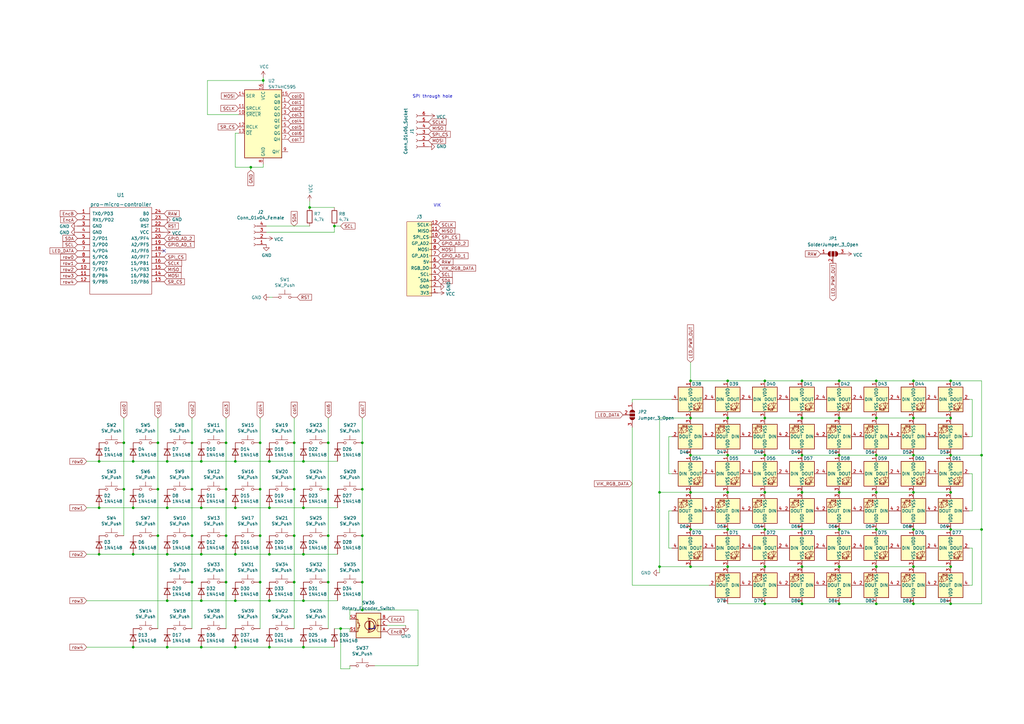
<source format=kicad_sch>
(kicad_sch (version 20230121) (generator eeschema)
  (paper "A3")
  (lib_symbols
    (symbol "74xx:74HC595"
      (property "Reference" "U" (at -7.62 13.97 0))
      (property "Value" "74HC595" (at -7.62 -16.51 0))
      (symbol "74HC595_1_0"
        (pin tri_state line (at 10.16 7.62 180) (length 2.54) (name "QB") (number "1"))
        (pin input line (at -10.16 2.54 0) (length 2.54) (name "~{SRCLR}") (number "10"))
        (pin input line (at -10.16 5.08 0) (length 2.54) (name "SRCLK") (number "11"))
        (pin input line (at -10.16 -2.54 0) (length 2.54) (name "RCLK") (number "12"))
        (pin input line (at -10.16 -5.08 0) (length 2.54) (name "~{OE}") (number "13"))
        (pin input line (at -10.16 10.16 0) (length 2.54) (name "SER") (number "14"))
        (pin tri_state line (at 10.16 10.16 180) (length 2.54) (name "QA") (number "15"))
        (pin power_in line (at 0 15.24 270) (length 2.54) (name "VCC") (number "16"))
        (pin tri_state line (at 10.16 5.08 180) (length 2.54) (name "QC") (number "2"))
        (pin tri_state line (at 10.16 2.54 180) (length 2.54) (name "QD") (number "3"))
        (pin tri_state line (at 10.16 0 180) (length 2.54) (name "QE") (number "4"))
        (pin tri_state line (at 10.16 -2.54 180) (length 2.54) (name "QF") (number "5"))
        (pin tri_state line (at 10.16 -5.08 180) (length 2.54) (name "QG") (number "6"))
        (pin tri_state line (at 10.16 -7.62 180) (length 2.54) (name "QH") (number "7"))
        (pin power_in line (at 0 -17.78 90) (length 2.54) (name "GND") (number "8"))
        (pin output line (at 10.16 -12.7 180) (length 2.54) (name "QH'") (number "9"))
      )
    )
    (symbol "Connector:Conn_01x04_Female" (pin_names (offset 1.016) hide)
      (property "Reference" "J" (at 0 5.08 0))
      (property "Value" "Conn_01x04_Female" (at 0 -7.62 0))
      (symbol "Conn_01x04_Female_1_1"
        (pin passive line (at -5.08 2.54 0) (length 3.81) (name "Pin_1") (number "1"))
        (pin passive line (at -5.08 0 0) (length 3.81) (name "Pin_2") (number "2"))
        (pin passive line (at -5.08 -2.54 0) (length 3.81) (name "Pin_3") (number "3"))
        (pin passive line (at -5.08 -5.08 0) (length 3.81) (name "Pin_4") (number "4"))
      )
    )
    (symbol "Connector:Conn_01x06_Socket" (pin_names (offset 1.016) hide)
      (property "Reference" "J" (at 0 7.62 0))
      (property "Value" "Conn_01x06_Socket" (at 0 -10.16 0))
      (symbol "Conn_01x06_Socket_1_1"
        (pin passive line (at -5.08 5.08 0) (length 3.81) (name "Pin_1") (number "1"))
        (pin passive line (at -5.08 2.54 0) (length 3.81) (name "Pin_2") (number "2"))
        (pin passive line (at -5.08 0 0) (length 3.81) (name "Pin_3") (number "3"))
        (pin passive line (at -5.08 -2.54 0) (length 3.81) (name "Pin_4") (number "4"))
        (pin passive line (at -5.08 -5.08 0) (length 3.81) (name "Pin_5") (number "5"))
        (pin passive line (at -5.08 -7.62 0) (length 3.81) (name "Pin_6") (number "6"))
      )
    )
    (symbol "Device:D" (pin_numbers hide) (pin_names (offset 1.016) hide)
      (property "Reference" "D" (at 0 2.54 0))
      (property "Value" "D" (at 0 -2.54 0))
      (symbol "D_1_1"
        (pin passive line (at -3.81 0 0) (length 2.54) (name "K") (number "1"))
        (pin passive line (at 3.81 0 180) (length 2.54) (name "A") (number "2"))
      )
    )
    (symbol "Device:R" (pin_numbers hide) (pin_names (offset 0))
      (property "Reference" "R" (at 2.032 0 90))
      (property "Value" "R" (at 0 0 90))
      (symbol "R_1_1"
        (pin passive line (at 0 3.81 270) (length 1.27) (name "~") (number "1"))
        (pin passive line (at 0 -3.81 90) (length 1.27) (name "~") (number "2"))
      )
    )
    (symbol "Diode:1N4148" (pin_numbers hide) (pin_names hide)
      (property "Reference" "D" (at 0 2.54 0))
      (property "Value" "1N4148" (at 0 -2.54 0))
      (symbol "1N4148_1_1"
        (pin passive line (at -3.81 0 0) (length 2.54) (name "K") (number "1"))
        (pin passive line (at 3.81 0 180) (length 2.54) (name "A") (number "2"))
      )
    )
    (symbol "Jumper:SolderJumper_3_Open" (pin_names (offset 0) hide)
      (property "Reference" "JP" (at -2.54 -2.54 0))
      (property "Value" "SolderJumper_3_Open" (at 0 2.794 0))
      (symbol "SolderJumper_3_Open_1_1"
        (pin passive line (at -5.08 0 0) (length 2.54) (name "A") (number "1"))
        (pin passive line (at 0 -3.81 90) (length 2.54) (name "C") (number "2"))
        (pin passive line (at 5.08 0 180) (length 2.54) (name "B") (number "3"))
      )
    )
    (symbol "LeChiffre-rescue:Rotary_Encoder_Switch-Device" (pin_names (offset 0.254) hide)
      (property "Reference" "SW" (at 0 6.604 0))
      (property "Value" "Rotary_Encoder_Switch-Device" (at 0 -6.604 0))
      (symbol "Rotary_Encoder_Switch-Device_1_1"
        (pin passive line (at -7.62 2.54 0) (length 2.54) (name "A") (number "A"))
        (pin passive line (at -7.62 -2.54 0) (length 2.54) (name "B") (number "B"))
        (pin passive line (at -7.62 0 0) (length 2.54) (name "C") (number "C"))
        (pin passive line (at 7.62 2.54 180) (length 2.54) (name "S1") (number "S1"))
        (pin passive line (at 7.62 -2.54 180) (length 2.54) (name "S2") (number "S2"))
      )
    )
    (symbol "SK6803_MINI-E_1" (pin_names (offset 0.254))
      (property "Reference" "D" (at 5.08 5.715 0))
      (property "Value" "SK6803_MINI-E_1" (at 1.27 -5.715 0))
      (symbol "SK6803_MINI-E_1_0_0"
        (text "RGB" (at 2.286 -4.191 0) (effects (font (size 0.762 0.762))))
      )
      (symbol "SK6803_MINI-E_1_1_1"
        (pin power_in line (at 0 7.62 270) (length 2.54) (name "VDD") (number "1"))
        (pin output line (at 7.62 0 180) (length 2.54) (name "DOUT") (number "2"))
        (pin power_in line (at 0 -7.62 90) (length 2.54) (name "VSS") (number "3"))
        (pin input line (at -7.62 0 0) (length 2.54) (name "DIN") (number "4"))
      )
    )
    (symbol "SK6803_MINI-E_10" (pin_names (offset 0.254))
      (property "Reference" "D" (at 5.08 5.715 0))
      (property "Value" "SK6803_MINI-E_10" (at 1.27 -5.715 0))
      (symbol "SK6803_MINI-E_10_0_0"
        (text "RGB" (at 2.286 -4.191 0) (effects (font (size 0.762 0.762))))
      )
      (symbol "SK6803_MINI-E_10_1_1"
        (pin power_in line (at 0 7.62 270) (length 2.54) (name "VDD") (number "1"))
        (pin output line (at 7.62 0 180) (length 2.54) (name "DOUT") (number "2"))
        (pin power_in line (at 0 -7.62 90) (length 2.54) (name "VSS") (number "3"))
        (pin input line (at -7.62 0 0) (length 2.54) (name "DIN") (number "4"))
      )
    )
    (symbol "SK6803_MINI-E_11" (pin_names (offset 0.254))
      (property "Reference" "D" (at 5.08 5.715 0))
      (property "Value" "SK6803_MINI-E_11" (at 1.27 -5.715 0))
      (symbol "SK6803_MINI-E_11_0_0"
        (text "RGB" (at 2.286 -4.191 0) (effects (font (size 0.762 0.762))))
      )
      (symbol "SK6803_MINI-E_11_1_1"
        (pin power_in line (at 0 7.62 270) (length 2.54) (name "VDD") (number "1"))
        (pin output line (at 7.62 0 180) (length 2.54) (name "DOUT") (number "2"))
        (pin power_in line (at 0 -7.62 90) (length 2.54) (name "VSS") (number "3"))
        (pin input line (at -7.62 0 0) (length 2.54) (name "DIN") (number "4"))
      )
    )
    (symbol "SK6803_MINI-E_12" (pin_names (offset 0.254))
      (property "Reference" "D" (at 5.08 5.715 0))
      (property "Value" "SK6803_MINI-E_12" (at 1.27 -5.715 0))
      (symbol "SK6803_MINI-E_12_0_0"
        (text "RGB" (at 2.286 -4.191 0) (effects (font (size 0.762 0.762))))
      )
      (symbol "SK6803_MINI-E_12_1_1"
        (pin power_in line (at 0 7.62 270) (length 2.54) (name "VDD") (number "1"))
        (pin output line (at 7.62 0 180) (length 2.54) (name "DOUT") (number "2"))
        (pin power_in line (at 0 -7.62 90) (length 2.54) (name "VSS") (number "3"))
        (pin input line (at -7.62 0 0) (length 2.54) (name "DIN") (number "4"))
      )
    )
    (symbol "SK6803_MINI-E_13" (pin_names (offset 0.254))
      (property "Reference" "D" (at 5.08 5.715 0))
      (property "Value" "SK6803_MINI-E_13" (at 1.27 -5.715 0))
      (symbol "SK6803_MINI-E_13_0_0"
        (text "RGB" (at 2.286 -4.191 0) (effects (font (size 0.762 0.762))))
      )
      (symbol "SK6803_MINI-E_13_1_1"
        (pin power_in line (at 0 7.62 270) (length 2.54) (name "VDD") (number "1"))
        (pin output line (at 7.62 0 180) (length 2.54) (name "DOUT") (number "2"))
        (pin power_in line (at 0 -7.62 90) (length 2.54) (name "VSS") (number "3"))
        (pin input line (at -7.62 0 0) (length 2.54) (name "DIN") (number "4"))
      )
    )
    (symbol "SK6803_MINI-E_14" (pin_names (offset 0.254))
      (property "Reference" "D" (at 5.08 5.715 0))
      (property "Value" "SK6803_MINI-E_14" (at 1.27 -5.715 0))
      (symbol "SK6803_MINI-E_14_0_0"
        (text "RGB" (at 2.286 -4.191 0) (effects (font (size 0.762 0.762))))
      )
      (symbol "SK6803_MINI-E_14_1_1"
        (pin power_in line (at 0 7.62 270) (length 2.54) (name "VDD") (number "1"))
        (pin output line (at 7.62 0 180) (length 2.54) (name "DOUT") (number "2"))
        (pin power_in line (at 0 -7.62 90) (length 2.54) (name "VSS") (number "3"))
        (pin input line (at -7.62 0 0) (length 2.54) (name "DIN") (number "4"))
      )
    )
    (symbol "SK6803_MINI-E_15" (pin_names (offset 0.254))
      (property "Reference" "D" (at 5.08 5.715 0))
      (property "Value" "SK6803_MINI-E_15" (at 1.27 -5.715 0))
      (symbol "SK6803_MINI-E_15_0_0"
        (text "RGB" (at 2.286 -4.191 0) (effects (font (size 0.762 0.762))))
      )
      (symbol "SK6803_MINI-E_15_1_1"
        (pin power_in line (at 0 7.62 270) (length 2.54) (name "VDD") (number "1"))
        (pin output line (at 7.62 0 180) (length 2.54) (name "DOUT") (number "2"))
        (pin power_in line (at 0 -7.62 90) (length 2.54) (name "VSS") (number "3"))
        (pin input line (at -7.62 0 0) (length 2.54) (name "DIN") (number "4"))
      )
    )
    (symbol "SK6803_MINI-E_16" (pin_names (offset 0.254))
      (property "Reference" "D" (at 5.08 5.715 0))
      (property "Value" "SK6803_MINI-E_16" (at 1.27 -5.715 0))
      (symbol "SK6803_MINI-E_16_0_0"
        (text "RGB" (at 2.286 -4.191 0) (effects (font (size 0.762 0.762))))
      )
      (symbol "SK6803_MINI-E_16_1_1"
        (pin power_in line (at 0 7.62 270) (length 2.54) (name "VDD") (number "1"))
        (pin output line (at 7.62 0 180) (length 2.54) (name "DOUT") (number "2"))
        (pin power_in line (at 0 -7.62 90) (length 2.54) (name "VSS") (number "3"))
        (pin input line (at -7.62 0 0) (length 2.54) (name "DIN") (number "4"))
      )
    )
    (symbol "SK6803_MINI-E_17" (pin_names (offset 0.254))
      (property "Reference" "D" (at 5.08 5.715 0))
      (property "Value" "SK6803_MINI-E_17" (at 1.27 -5.715 0))
      (symbol "SK6803_MINI-E_17_0_0"
        (text "RGB" (at 2.286 -4.191 0) (effects (font (size 0.762 0.762))))
      )
      (symbol "SK6803_MINI-E_17_1_1"
        (pin power_in line (at 0 7.62 270) (length 2.54) (name "VDD") (number "1"))
        (pin output line (at 7.62 0 180) (length 2.54) (name "DOUT") (number "2"))
        (pin power_in line (at 0 -7.62 90) (length 2.54) (name "VSS") (number "3"))
        (pin input line (at -7.62 0 0) (length 2.54) (name "DIN") (number "4"))
      )
    )
    (symbol "SK6803_MINI-E_18" (pin_names (offset 0.254))
      (property "Reference" "D" (at 5.08 5.715 0))
      (property "Value" "SK6803_MINI-E_18" (at 1.27 -5.715 0))
      (symbol "SK6803_MINI-E_18_0_0"
        (text "RGB" (at 2.286 -4.191 0) (effects (font (size 0.762 0.762))))
      )
      (symbol "SK6803_MINI-E_18_1_1"
        (pin power_in line (at 0 7.62 270) (length 2.54) (name "VDD") (number "1"))
        (pin output line (at 7.62 0 180) (length 2.54) (name "DOUT") (number "2"))
        (pin power_in line (at 0 -7.62 90) (length 2.54) (name "VSS") (number "3"))
        (pin input line (at -7.62 0 0) (length 2.54) (name "DIN") (number "4"))
      )
    )
    (symbol "SK6803_MINI-E_19" (pin_names (offset 0.254))
      (property "Reference" "D" (at 5.08 5.715 0))
      (property "Value" "SK6803_MINI-E_19" (at 1.27 -5.715 0))
      (symbol "SK6803_MINI-E_19_0_0"
        (text "RGB" (at 2.286 -4.191 0) (effects (font (size 0.762 0.762))))
      )
      (symbol "SK6803_MINI-E_19_1_1"
        (pin power_in line (at 0 7.62 270) (length 2.54) (name "VDD") (number "1"))
        (pin output line (at 7.62 0 180) (length 2.54) (name "DOUT") (number "2"))
        (pin power_in line (at 0 -7.62 90) (length 2.54) (name "VSS") (number "3"))
        (pin input line (at -7.62 0 0) (length 2.54) (name "DIN") (number "4"))
      )
    )
    (symbol "SK6803_MINI-E_2" (pin_names (offset 0.254))
      (property "Reference" "D" (at 5.08 5.715 0))
      (property "Value" "SK6803_MINI-E_2" (at 1.27 -5.715 0))
      (symbol "SK6803_MINI-E_2_0_0"
        (text "RGB" (at 2.286 -4.191 0) (effects (font (size 0.762 0.762))))
      )
      (symbol "SK6803_MINI-E_2_1_1"
        (pin power_in line (at 0 7.62 270) (length 2.54) (name "VDD") (number "1"))
        (pin output line (at 7.62 0 180) (length 2.54) (name "DOUT") (number "2"))
        (pin power_in line (at 0 -7.62 90) (length 2.54) (name "VSS") (number "3"))
        (pin input line (at -7.62 0 0) (length 2.54) (name "DIN") (number "4"))
      )
    )
    (symbol "SK6803_MINI-E_20" (pin_names (offset 0.254))
      (property "Reference" "D" (at 5.08 5.715 0))
      (property "Value" "SK6803_MINI-E_20" (at 1.27 -5.715 0))
      (symbol "SK6803_MINI-E_20_0_0"
        (text "RGB" (at 2.286 -4.191 0) (effects (font (size 0.762 0.762))))
      )
      (symbol "SK6803_MINI-E_20_1_1"
        (pin power_in line (at 0 7.62 270) (length 2.54) (name "VDD") (number "1"))
        (pin output line (at 7.62 0 180) (length 2.54) (name "DOUT") (number "2"))
        (pin power_in line (at 0 -7.62 90) (length 2.54) (name "VSS") (number "3"))
        (pin input line (at -7.62 0 0) (length 2.54) (name "DIN") (number "4"))
      )
    )
    (symbol "SK6803_MINI-E_21" (pin_names (offset 0.254))
      (property "Reference" "D" (at 5.08 5.715 0))
      (property "Value" "SK6803_MINI-E_21" (at 1.27 -5.715 0))
      (symbol "SK6803_MINI-E_21_0_0"
        (text "RGB" (at 2.286 -4.191 0) (effects (font (size 0.762 0.762))))
      )
      (symbol "SK6803_MINI-E_21_1_1"
        (pin power_in line (at 0 7.62 270) (length 2.54) (name "VDD") (number "1"))
        (pin output line (at 7.62 0 180) (length 2.54) (name "DOUT") (number "2"))
        (pin power_in line (at 0 -7.62 90) (length 2.54) (name "VSS") (number "3"))
        (pin input line (at -7.62 0 0) (length 2.54) (name "DIN") (number "4"))
      )
    )
    (symbol "SK6803_MINI-E_22" (pin_names (offset 0.254))
      (property "Reference" "D" (at 5.08 5.715 0))
      (property "Value" "SK6803_MINI-E_22" (at 1.27 -5.715 0))
      (symbol "SK6803_MINI-E_22_0_0"
        (text "RGB" (at 2.286 -4.191 0) (effects (font (size 0.762 0.762))))
      )
      (symbol "SK6803_MINI-E_22_1_1"
        (pin power_in line (at 0 7.62 270) (length 2.54) (name "VDD") (number "1"))
        (pin output line (at 7.62 0 180) (length 2.54) (name "DOUT") (number "2"))
        (pin power_in line (at 0 -7.62 90) (length 2.54) (name "VSS") (number "3"))
        (pin input line (at -7.62 0 0) (length 2.54) (name "DIN") (number "4"))
      )
    )
    (symbol "SK6803_MINI-E_23" (pin_names (offset 0.254))
      (property "Reference" "D" (at 5.08 5.715 0))
      (property "Value" "SK6803_MINI-E_23" (at 1.27 -5.715 0))
      (symbol "SK6803_MINI-E_23_0_0"
        (text "RGB" (at 2.286 -4.191 0) (effects (font (size 0.762 0.762))))
      )
      (symbol "SK6803_MINI-E_23_1_1"
        (pin power_in line (at 0 7.62 270) (length 2.54) (name "VDD") (number "1"))
        (pin output line (at 7.62 0 180) (length 2.54) (name "DOUT") (number "2"))
        (pin power_in line (at 0 -7.62 90) (length 2.54) (name "VSS") (number "3"))
        (pin input line (at -7.62 0 0) (length 2.54) (name "DIN") (number "4"))
      )
    )
    (symbol "SK6803_MINI-E_24" (pin_names (offset 0.254))
      (property "Reference" "D" (at 5.08 5.715 0))
      (property "Value" "SK6803_MINI-E_24" (at 1.27 -5.715 0))
      (symbol "SK6803_MINI-E_24_0_0"
        (text "RGB" (at 2.286 -4.191 0) (effects (font (size 0.762 0.762))))
      )
      (symbol "SK6803_MINI-E_24_1_1"
        (pin power_in line (at 0 7.62 270) (length 2.54) (name "VDD") (number "1"))
        (pin output line (at 7.62 0 180) (length 2.54) (name "DOUT") (number "2"))
        (pin power_in line (at 0 -7.62 90) (length 2.54) (name "VSS") (number "3"))
        (pin input line (at -7.62 0 0) (length 2.54) (name "DIN") (number "4"))
      )
    )
    (symbol "SK6803_MINI-E_25" (pin_names (offset 0.254))
      (property "Reference" "D" (at 5.08 5.715 0))
      (property "Value" "SK6803_MINI-E_25" (at 1.27 -5.715 0))
      (symbol "SK6803_MINI-E_25_0_0"
        (text "RGB" (at 2.286 -4.191 0) (effects (font (size 0.762 0.762))))
      )
      (symbol "SK6803_MINI-E_25_1_1"
        (pin power_in line (at 0 7.62 270) (length 2.54) (name "VDD") (number "1"))
        (pin output line (at 7.62 0 180) (length 2.54) (name "DOUT") (number "2"))
        (pin power_in line (at 0 -7.62 90) (length 2.54) (name "VSS") (number "3"))
        (pin input line (at -7.62 0 0) (length 2.54) (name "DIN") (number "4"))
      )
    )
    (symbol "SK6803_MINI-E_26" (pin_names (offset 0.254))
      (property "Reference" "D" (at 5.08 5.715 0))
      (property "Value" "SK6803_MINI-E_26" (at 1.27 -5.715 0))
      (symbol "SK6803_MINI-E_26_0_0"
        (text "RGB" (at 2.286 -4.191 0) (effects (font (size 0.762 0.762))))
      )
      (symbol "SK6803_MINI-E_26_1_1"
        (pin power_in line (at 0 7.62 270) (length 2.54) (name "VDD") (number "1"))
        (pin output line (at 7.62 0 180) (length 2.54) (name "DOUT") (number "2"))
        (pin power_in line (at 0 -7.62 90) (length 2.54) (name "VSS") (number "3"))
        (pin input line (at -7.62 0 0) (length 2.54) (name "DIN") (number "4"))
      )
    )
    (symbol "SK6803_MINI-E_27" (pin_names (offset 0.254))
      (property "Reference" "D" (at 5.08 5.715 0))
      (property "Value" "SK6803_MINI-E_27" (at 1.27 -5.715 0))
      (symbol "SK6803_MINI-E_27_0_0"
        (text "RGB" (at 2.286 -4.191 0) (effects (font (size 0.762 0.762))))
      )
      (symbol "SK6803_MINI-E_27_1_1"
        (pin power_in line (at 0 7.62 270) (length 2.54) (name "VDD") (number "1"))
        (pin output line (at 7.62 0 180) (length 2.54) (name "DOUT") (number "2"))
        (pin power_in line (at 0 -7.62 90) (length 2.54) (name "VSS") (number "3"))
        (pin input line (at -7.62 0 0) (length 2.54) (name "DIN") (number "4"))
      )
    )
    (symbol "SK6803_MINI-E_28" (pin_names (offset 0.254))
      (property "Reference" "D" (at 5.08 5.715 0))
      (property "Value" "SK6803_MINI-E_28" (at 1.27 -5.715 0))
      (symbol "SK6803_MINI-E_28_0_0"
        (text "RGB" (at 2.286 -4.191 0) (effects (font (size 0.762 0.762))))
      )
      (symbol "SK6803_MINI-E_28_1_1"
        (pin power_in line (at 0 7.62 270) (length 2.54) (name "VDD") (number "1"))
        (pin output line (at 7.62 0 180) (length 2.54) (name "DOUT") (number "2"))
        (pin power_in line (at 0 -7.62 90) (length 2.54) (name "VSS") (number "3"))
        (pin input line (at -7.62 0 0) (length 2.54) (name "DIN") (number "4"))
      )
    )
    (symbol "SK6803_MINI-E_29" (pin_names (offset 0.254))
      (property "Reference" "D" (at 5.08 5.715 0))
      (property "Value" "SK6803_MINI-E_29" (at 1.27 -5.715 0))
      (symbol "SK6803_MINI-E_29_0_0"
        (text "RGB" (at 2.286 -4.191 0) (effects (font (size 0.762 0.762))))
      )
      (symbol "SK6803_MINI-E_29_1_1"
        (pin power_in line (at 0 7.62 270) (length 2.54) (name "VDD") (number "1"))
        (pin output line (at 7.62 0 180) (length 2.54) (name "DOUT") (number "2"))
        (pin power_in line (at 0 -7.62 90) (length 2.54) (name "VSS") (number "3"))
        (pin input line (at -7.62 0 0) (length 2.54) (name "DIN") (number "4"))
      )
    )
    (symbol "SK6803_MINI-E_3" (pin_names (offset 0.254))
      (property "Reference" "D" (at 5.08 5.715 0))
      (property "Value" "SK6803_MINI-E_3" (at 1.27 -5.715 0))
      (symbol "SK6803_MINI-E_3_0_0"
        (text "RGB" (at 2.286 -4.191 0) (effects (font (size 0.762 0.762))))
      )
      (symbol "SK6803_MINI-E_3_1_1"
        (pin power_in line (at 0 7.62 270) (length 2.54) (name "VDD") (number "1"))
        (pin output line (at 7.62 0 180) (length 2.54) (name "DOUT") (number "2"))
        (pin power_in line (at 0 -7.62 90) (length 2.54) (name "VSS") (number "3"))
        (pin input line (at -7.62 0 0) (length 2.54) (name "DIN") (number "4"))
      )
    )
    (symbol "SK6803_MINI-E_30" (pin_names (offset 0.254))
      (property "Reference" "D" (at 5.08 5.715 0))
      (property "Value" "SK6803_MINI-E_30" (at 1.27 -5.715 0))
      (symbol "SK6803_MINI-E_30_0_0"
        (text "RGB" (at 2.286 -4.191 0) (effects (font (size 0.762 0.762))))
      )
      (symbol "SK6803_MINI-E_30_1_1"
        (pin power_in line (at 0 7.62 270) (length 2.54) (name "VDD") (number "1"))
        (pin output line (at 7.62 0 180) (length 2.54) (name "DOUT") (number "2"))
        (pin power_in line (at 0 -7.62 90) (length 2.54) (name "VSS") (number "3"))
        (pin input line (at -7.62 0 0) (length 2.54) (name "DIN") (number "4"))
      )
    )
    (symbol "SK6803_MINI-E_31" (pin_names (offset 0.254))
      (property "Reference" "D" (at 5.08 5.715 0))
      (property "Value" "SK6803_MINI-E_31" (at 1.27 -5.715 0))
      (symbol "SK6803_MINI-E_31_0_0"
        (text "RGB" (at 2.286 -4.191 0) (effects (font (size 0.762 0.762))))
      )
      (symbol "SK6803_MINI-E_31_1_1"
        (pin power_in line (at 0 7.62 270) (length 2.54) (name "VDD") (number "1"))
        (pin output line (at 7.62 0 180) (length 2.54) (name "DOUT") (number "2"))
        (pin power_in line (at 0 -7.62 90) (length 2.54) (name "VSS") (number "3"))
        (pin input line (at -7.62 0 0) (length 2.54) (name "DIN") (number "4"))
      )
    )
    (symbol "SK6803_MINI-E_32" (pin_names (offset 0.254))
      (property "Reference" "D" (at 5.08 5.715 0))
      (property "Value" "SK6803_MINI-E_32" (at 1.27 -5.715 0))
      (symbol "SK6803_MINI-E_32_0_0"
        (text "RGB" (at 2.286 -4.191 0) (effects (font (size 0.762 0.762))))
      )
      (symbol "SK6803_MINI-E_32_1_1"
        (pin power_in line (at 0 7.62 270) (length 2.54) (name "VDD") (number "1"))
        (pin output line (at 7.62 0 180) (length 2.54) (name "DOUT") (number "2"))
        (pin power_in line (at 0 -7.62 90) (length 2.54) (name "VSS") (number "3"))
        (pin input line (at -7.62 0 0) (length 2.54) (name "DIN") (number "4"))
      )
    )
    (symbol "SK6803_MINI-E_33" (pin_names (offset 0.254))
      (property "Reference" "D" (at 5.08 5.715 0))
      (property "Value" "SK6803_MINI-E_33" (at 1.27 -5.715 0))
      (symbol "SK6803_MINI-E_33_0_0"
        (text "RGB" (at 2.286 -4.191 0) (effects (font (size 0.762 0.762))))
      )
      (symbol "SK6803_MINI-E_33_1_1"
        (pin power_in line (at 0 7.62 270) (length 2.54) (name "VDD") (number "1"))
        (pin output line (at 7.62 0 180) (length 2.54) (name "DOUT") (number "2"))
        (pin power_in line (at 0 -7.62 90) (length 2.54) (name "VSS") (number "3"))
        (pin input line (at -7.62 0 0) (length 2.54) (name "DIN") (number "4"))
      )
    )
    (symbol "SK6803_MINI-E_34" (pin_names (offset 0.254))
      (property "Reference" "D" (at 5.08 5.715 0))
      (property "Value" "SK6803_MINI-E_34" (at 1.27 -5.715 0))
      (symbol "SK6803_MINI-E_34_0_0"
        (text "RGB" (at 2.286 -4.191 0) (effects (font (size 0.762 0.762))))
      )
      (symbol "SK6803_MINI-E_34_1_1"
        (pin power_in line (at 0 7.62 270) (length 2.54) (name "VDD") (number "1"))
        (pin output line (at 7.62 0 180) (length 2.54) (name "DOUT") (number "2"))
        (pin power_in line (at 0 -7.62 90) (length 2.54) (name "VSS") (number "3"))
        (pin input line (at -7.62 0 0) (length 2.54) (name "DIN") (number "4"))
      )
    )
    (symbol "SK6803_MINI-E_35" (pin_names (offset 0.254))
      (property "Reference" "D" (at 5.08 5.715 0))
      (property "Value" "SK6803_MINI-E_35" (at 1.27 -5.715 0))
      (symbol "SK6803_MINI-E_35_0_0"
        (text "RGB" (at 2.286 -4.191 0) (effects (font (size 0.762 0.762))))
      )
      (symbol "SK6803_MINI-E_35_1_1"
        (pin power_in line (at 0 7.62 270) (length 2.54) (name "VDD") (number "1"))
        (pin output line (at 7.62 0 180) (length 2.54) (name "DOUT") (number "2"))
        (pin power_in line (at 0 -7.62 90) (length 2.54) (name "VSS") (number "3"))
        (pin input line (at -7.62 0 0) (length 2.54) (name "DIN") (number "4"))
      )
    )
    (symbol "SK6803_MINI-E_36" (pin_names (offset 0.254))
      (property "Reference" "D" (at 5.08 5.715 0))
      (property "Value" "SK6803_MINI-E_36" (at 1.27 -5.715 0))
      (symbol "SK6803_MINI-E_36_0_0"
        (text "RGB" (at 2.286 -4.191 0) (effects (font (size 0.762 0.762))))
      )
      (symbol "SK6803_MINI-E_36_1_1"
        (pin power_in line (at 0 7.62 270) (length 2.54) (name "VDD") (number "1"))
        (pin output line (at 7.62 0 180) (length 2.54) (name "DOUT") (number "2"))
        (pin power_in line (at 0 -7.62 90) (length 2.54) (name "VSS") (number "3"))
        (pin input line (at -7.62 0 0) (length 2.54) (name "DIN") (number "4"))
      )
    )
    (symbol "SK6803_MINI-E_37" (pin_names (offset 0.254))
      (property "Reference" "D" (at 5.08 5.715 0))
      (property "Value" "SK6803_MINI-E_37" (at 1.27 -5.715 0))
      (symbol "SK6803_MINI-E_37_0_0"
        (text "RGB" (at 2.286 -4.191 0) (effects (font (size 0.762 0.762))))
      )
      (symbol "SK6803_MINI-E_37_1_1"
        (pin power_in line (at 0 7.62 270) (length 2.54) (name "VDD") (number "1"))
        (pin output line (at 7.62 0 180) (length 2.54) (name "DOUT") (number "2"))
        (pin power_in line (at 0 -7.62 90) (length 2.54) (name "VSS") (number "3"))
        (pin input line (at -7.62 0 0) (length 2.54) (name "DIN") (number "4"))
      )
    )
    (symbol "SK6803_MINI-E_38" (pin_names (offset 0.254))
      (property "Reference" "D" (at 5.08 5.715 0))
      (property "Value" "SK6803_MINI-E_38" (at 1.27 -5.715 0))
      (symbol "SK6803_MINI-E_38_0_0"
        (text "RGB" (at 2.286 -4.191 0) (effects (font (size 0.762 0.762))))
      )
      (symbol "SK6803_MINI-E_38_1_1"
        (pin power_in line (at 0 7.62 270) (length 2.54) (name "VDD") (number "1"))
        (pin output line (at 7.62 0 180) (length 2.54) (name "DOUT") (number "2"))
        (pin power_in line (at 0 -7.62 90) (length 2.54) (name "VSS") (number "3"))
        (pin input line (at -7.62 0 0) (length 2.54) (name "DIN") (number "4"))
      )
    )
    (symbol "SK6803_MINI-E_39" (pin_names (offset 0.254))
      (property "Reference" "D" (at 5.08 5.715 0))
      (property "Value" "SK6803_MINI-E_39" (at 1.27 -5.715 0))
      (symbol "SK6803_MINI-E_39_0_0"
        (text "RGB" (at 2.286 -4.191 0) (effects (font (size 0.762 0.762))))
      )
      (symbol "SK6803_MINI-E_39_1_1"
        (pin power_in line (at 0 7.62 270) (length 2.54) (name "VDD") (number "1"))
        (pin output line (at 7.62 0 180) (length 2.54) (name "DOUT") (number "2"))
        (pin power_in line (at 0 -7.62 90) (length 2.54) (name "VSS") (number "3"))
        (pin input line (at -7.62 0 0) (length 2.54) (name "DIN") (number "4"))
      )
    )
    (symbol "SK6803_MINI-E_4" (pin_names (offset 0.254))
      (property "Reference" "D" (at 5.08 5.715 0))
      (property "Value" "SK6803_MINI-E_4" (at 1.27 -5.715 0))
      (symbol "SK6803_MINI-E_4_0_0"
        (text "RGB" (at 2.286 -4.191 0) (effects (font (size 0.762 0.762))))
      )
      (symbol "SK6803_MINI-E_4_1_1"
        (pin power_in line (at 0 7.62 270) (length 2.54) (name "VDD") (number "1"))
        (pin output line (at 7.62 0 180) (length 2.54) (name "DOUT") (number "2"))
        (pin power_in line (at 0 -7.62 90) (length 2.54) (name "VSS") (number "3"))
        (pin input line (at -7.62 0 0) (length 2.54) (name "DIN") (number "4"))
      )
    )
    (symbol "SK6803_MINI-E_40" (pin_names (offset 0.254))
      (property "Reference" "D" (at 5.08 5.715 0))
      (property "Value" "SK6803_MINI-E_40" (at 1.27 -5.715 0))
      (symbol "SK6803_MINI-E_40_0_0"
        (text "RGB" (at 2.286 -4.191 0) (effects (font (size 0.762 0.762))))
      )
      (symbol "SK6803_MINI-E_40_1_1"
        (pin power_in line (at 0 7.62 270) (length 2.54) (name "VDD") (number "1"))
        (pin output line (at 7.62 0 180) (length 2.54) (name "DOUT") (number "2"))
        (pin power_in line (at 0 -7.62 90) (length 2.54) (name "VSS") (number "3"))
        (pin input line (at -7.62 0 0) (length 2.54) (name "DIN") (number "4"))
      )
    )
    (symbol "SK6803_MINI-E_41" (pin_names (offset 0.254))
      (property "Reference" "D" (at 5.08 5.715 0))
      (property "Value" "SK6803_MINI-E_41" (at 1.27 -5.715 0))
      (symbol "SK6803_MINI-E_41_0_0"
        (text "RGB" (at 2.286 -4.191 0) (effects (font (size 0.762 0.762))))
      )
      (symbol "SK6803_MINI-E_41_1_1"
        (pin power_in line (at 0 7.62 270) (length 2.54) (name "VDD") (number "1"))
        (pin output line (at 7.62 0 180) (length 2.54) (name "DOUT") (number "2"))
        (pin power_in line (at 0 -7.62 90) (length 2.54) (name "VSS") (number "3"))
        (pin input line (at -7.62 0 0) (length 2.54) (name "DIN") (number "4"))
      )
    )
    (symbol "SK6803_MINI-E_42" (pin_names (offset 0.254))
      (property "Reference" "D" (at 5.08 5.715 0))
      (property "Value" "SK6803_MINI-E_42" (at 1.27 -5.715 0))
      (symbol "SK6803_MINI-E_42_0_0"
        (text "RGB" (at 2.286 -4.191 0) (effects (font (size 0.762 0.762))))
      )
      (symbol "SK6803_MINI-E_42_1_1"
        (pin power_in line (at 0 7.62 270) (length 2.54) (name "VDD") (number "1"))
        (pin output line (at 7.62 0 180) (length 2.54) (name "DOUT") (number "2"))
        (pin power_in line (at 0 -7.62 90) (length 2.54) (name "VSS") (number "3"))
        (pin input line (at -7.62 0 0) (length 2.54) (name "DIN") (number "4"))
      )
    )
    (symbol "SK6803_MINI-E_43" (pin_names (offset 0.254))
      (property "Reference" "D" (at 5.08 5.715 0))
      (property "Value" "SK6803_MINI-E_43" (at 1.27 -5.715 0))
      (symbol "SK6803_MINI-E_43_0_0"
        (text "RGB" (at 2.286 -4.191 0) (effects (font (size 0.762 0.762))))
      )
      (symbol "SK6803_MINI-E_43_1_1"
        (pin power_in line (at 0 7.62 270) (length 2.54) (name "VDD") (number "1"))
        (pin output line (at 7.62 0 180) (length 2.54) (name "DOUT") (number "2"))
        (pin power_in line (at 0 -7.62 90) (length 2.54) (name "VSS") (number "3"))
        (pin input line (at -7.62 0 0) (length 2.54) (name "DIN") (number "4"))
      )
    )
    (symbol "SK6803_MINI-E_44" (pin_names (offset 0.254))
      (property "Reference" "D" (at 5.08 5.715 0))
      (property "Value" "SK6803_MINI-E_44" (at 1.27 -5.715 0))
      (symbol "SK6803_MINI-E_44_0_0"
        (text "RGB" (at 2.286 -4.191 0) (effects (font (size 0.762 0.762))))
      )
      (symbol "SK6803_MINI-E_44_1_1"
        (pin power_in line (at 0 7.62 270) (length 2.54) (name "VDD") (number "1"))
        (pin output line (at 7.62 0 180) (length 2.54) (name "DOUT") (number "2"))
        (pin power_in line (at 0 -7.62 90) (length 2.54) (name "VSS") (number "3"))
        (pin input line (at -7.62 0 0) (length 2.54) (name "DIN") (number "4"))
      )
    )
    (symbol "SK6803_MINI-E_45" (pin_names (offset 0.254))
      (property "Reference" "D" (at 5.08 5.715 0))
      (property "Value" "SK6803_MINI-E_45" (at 1.27 -5.715 0))
      (symbol "SK6803_MINI-E_45_0_0"
        (text "RGB" (at 2.286 -4.191 0) (effects (font (size 0.762 0.762))))
      )
      (symbol "SK6803_MINI-E_45_1_1"
        (pin power_in line (at 0 7.62 270) (length 2.54) (name "VDD") (number "1"))
        (pin output line (at 7.62 0 180) (length 2.54) (name "DOUT") (number "2"))
        (pin power_in line (at 0 -7.62 90) (length 2.54) (name "VSS") (number "3"))
        (pin input line (at -7.62 0 0) (length 2.54) (name "DIN") (number "4"))
      )
    )
    (symbol "SK6803_MINI-E_46" (pin_names (offset 0.254))
      (property "Reference" "D" (at 5.08 5.715 0))
      (property "Value" "SK6803_MINI-E_46" (at 1.27 -5.715 0))
      (symbol "SK6803_MINI-E_46_0_0"
        (text "RGB" (at 2.286 -4.191 0) (effects (font (size 0.762 0.762))))
      )
      (symbol "SK6803_MINI-E_46_1_1"
        (pin power_in line (at 0 7.62 270) (length 2.54) (name "VDD") (number "1"))
        (pin output line (at 7.62 0 180) (length 2.54) (name "DOUT") (number "2"))
        (pin power_in line (at 0 -7.62 90) (length 2.54) (name "VSS") (number "3"))
        (pin input line (at -7.62 0 0) (length 2.54) (name "DIN") (number "4"))
      )
    )
    (symbol "SK6803_MINI-E_5" (pin_names (offset 0.254))
      (property "Reference" "D" (at 5.08 5.715 0))
      (property "Value" "SK6803_MINI-E_5" (at 1.27 -5.715 0))
      (symbol "SK6803_MINI-E_5_0_0"
        (text "RGB" (at 2.286 -4.191 0) (effects (font (size 0.762 0.762))))
      )
      (symbol "SK6803_MINI-E_5_1_1"
        (pin power_in line (at 0 7.62 270) (length 2.54) (name "VDD") (number "1"))
        (pin output line (at 7.62 0 180) (length 2.54) (name "DOUT") (number "2"))
        (pin power_in line (at 0 -7.62 90) (length 2.54) (name "VSS") (number "3"))
        (pin input line (at -7.62 0 0) (length 2.54) (name "DIN") (number "4"))
      )
    )
    (symbol "SK6803_MINI-E_6" (pin_names (offset 0.254))
      (property "Reference" "D" (at 5.08 5.715 0))
      (property "Value" "SK6803_MINI-E_6" (at 1.27 -5.715 0))
      (symbol "SK6803_MINI-E_6_0_0"
        (text "RGB" (at 2.286 -4.191 0) (effects (font (size 0.762 0.762))))
      )
      (symbol "SK6803_MINI-E_6_1_1"
        (pin power_in line (at 0 7.62 270) (length 2.54) (name "VDD") (number "1"))
        (pin output line (at 7.62 0 180) (length 2.54) (name "DOUT") (number "2"))
        (pin power_in line (at 0 -7.62 90) (length 2.54) (name "VSS") (number "3"))
        (pin input line (at -7.62 0 0) (length 2.54) (name "DIN") (number "4"))
      )
    )
    (symbol "SK6803_MINI-E_7" (pin_names (offset 0.254))
      (property "Reference" "D" (at 5.08 5.715 0))
      (property "Value" "SK6803_MINI-E_7" (at 1.27 -5.715 0))
      (symbol "SK6803_MINI-E_7_0_0"
        (text "RGB" (at 2.286 -4.191 0) (effects (font (size 0.762 0.762))))
      )
      (symbol "SK6803_MINI-E_7_1_1"
        (pin power_in line (at 0 7.62 270) (length 2.54) (name "VDD") (number "1"))
        (pin output line (at 7.62 0 180) (length 2.54) (name "DOUT") (number "2"))
        (pin power_in line (at 0 -7.62 90) (length 2.54) (name "VSS") (number "3"))
        (pin input line (at -7.62 0 0) (length 2.54) (name "DIN") (number "4"))
      )
    )
    (symbol "SK6803_MINI-E_8" (pin_names (offset 0.254))
      (property "Reference" "D" (at 5.08 5.715 0))
      (property "Value" "SK6803_MINI-E_8" (at 1.27 -5.715 0))
      (symbol "SK6803_MINI-E_8_0_0"
        (text "RGB" (at 2.286 -4.191 0) (effects (font (size 0.762 0.762))))
      )
      (symbol "SK6803_MINI-E_8_1_1"
        (pin power_in line (at 0 7.62 270) (length 2.54) (name "VDD") (number "1"))
        (pin output line (at 7.62 0 180) (length 2.54) (name "DOUT") (number "2"))
        (pin power_in line (at 0 -7.62 90) (length 2.54) (name "VSS") (number "3"))
        (pin input line (at -7.62 0 0) (length 2.54) (name "DIN") (number "4"))
      )
    )
    (symbol "SK6803_MINI-E_9" (pin_names (offset 0.254))
      (property "Reference" "D" (at 5.08 5.715 0))
      (property "Value" "SK6803_MINI-E_9" (at 1.27 -5.715 0))
      (symbol "SK6803_MINI-E_9_0_0"
        (text "RGB" (at 2.286 -4.191 0) (effects (font (size 0.762 0.762))))
      )
      (symbol "SK6803_MINI-E_9_1_1"
        (pin power_in line (at 0 7.62 270) (length 2.54) (name "VDD") (number "1"))
        (pin output line (at 7.62 0 180) (length 2.54) (name "DOUT") (number "2"))
        (pin power_in line (at 0 -7.62 90) (length 2.54) (name "VSS") (number "3"))
        (pin input line (at -7.62 0 0) (length 2.54) (name "DIN") (number "4"))
      )
    )
    (symbol "Switch:SW_Push" (pin_numbers hide) (pin_names (offset 1.016) hide)
      (property "Reference" "SW" (at 1.27 2.54 0))
      (property "Value" "SW_Push" (at 0 -1.524 0))
      (symbol "SW_Push_0_1"
        (pin passive line (at -5.08 0 0) (length 2.54) (name "1") (number "1"))
        (pin passive line (at 5.08 0 180) (length 2.54) (name "2") (number "2"))
      )
    )
    (symbol "dek:SK6803_MINI-E" (pin_names (offset 0.254))
      (property "Reference" "D" (at 5.08 5.715 0))
      (property "Value" "SK6803_MINI-E" (at 1.27 -5.715 0))
      (symbol "SK6803_MINI-E_0_0"
        (text "RGB" (at 2.286 -4.191 0) (effects (font (size 0.762 0.762))))
      )
      (symbol "SK6803_MINI-E_1_1"
        (pin power_in line (at 0 7.62 270) (length 2.54) (name "VDD") (number "1"))
        (pin output line (at 7.62 0 180) (length 2.54) (name "DOUT") (number "2"))
        (pin power_in line (at 0 -7.62 90) (length 2.54) (name "VSS") (number "3"))
        (pin input line (at -7.62 0 0) (length 2.54) (name "DIN") (number "4"))
      )
    )
    (symbol "dek:pro-micro-controller" (pin_names (offset 1.016))
      (property "Reference" "U?" (at 0 21.2598 0))
      (property "Value" "pro-micro-controller" (at 0 18.5674 0))
      (symbol "pro-micro-controller_1_1"
        (pin input line (at -17.78 13.97 0) (length 5.08) (name "TX0/PD3") (number "1"))
        (pin input line (at -17.78 -8.89 0) (length 5.08) (name "7/PE6") (number "10"))
        (pin input line (at -17.78 -11.43 0) (length 5.08) (name "8/PB4") (number "11"))
        (pin input line (at -17.78 -13.97 0) (length 5.08) (name "9/PB5") (number "12"))
        (pin input line (at 17.78 -13.97 180) (length 5.08) (name "10/PB6") (number "13"))
        (pin input line (at 17.78 -11.43 180) (length 5.08) (name "16/PB2") (number "14"))
        (pin input line (at 17.78 -8.89 180) (length 5.08) (name "14/PB3") (number "15"))
        (pin input line (at 17.78 -6.35 180) (length 5.08) (name "15/PB1") (number "16"))
        (pin input line (at 17.78 -3.81 180) (length 5.08) (name "A0/PF7") (number "17"))
        (pin input line (at 17.78 -1.27 180) (length 5.08) (name "A1/PF6") (number "18"))
        (pin input line (at 17.78 1.27 180) (length 5.08) (name "A2/PF5") (number "19"))
        (pin input line (at -17.78 11.43 0) (length 5.08) (name "RX1/PD2") (number "2"))
        (pin input line (at 17.78 3.81 180) (length 5.08) (name "A3/PF4") (number "20"))
        (pin input line (at 17.78 6.35 180) (length 5.08) (name "VCC") (number "21"))
        (pin input line (at 17.78 8.89 180) (length 5.08) (name "RST") (number "22"))
        (pin input line (at 17.78 11.43 180) (length 5.08) (name "GND") (number "23"))
        (pin input line (at 17.78 13.97 180) (length 5.08) (name "B0") (number "24"))
        (pin input line (at -17.78 8.89 0) (length 5.08) (name "GND") (number "3"))
        (pin input line (at -17.78 6.35 0) (length 5.08) (name "GND") (number "4"))
        (pin input line (at -17.78 3.81 0) (length 5.08) (name "2/PD1") (number "5"))
        (pin input line (at -17.78 1.27 0) (length 5.08) (name "3/PD0") (number "6"))
        (pin input line (at -17.78 -1.27 0) (length 5.08) (name "4/PD4") (number "7"))
        (pin input line (at -17.78 -3.81 0) (length 5.08) (name "5/PC6") (number "8"))
        (pin input line (at -17.78 -6.35 0) (length 5.08) (name "6/PD7") (number "9"))
      )
    )
    (symbol "power:GND" (power) (pin_names (offset 0))
      (property "Value" "GND" (at 0 -3.81 0))
      (symbol "GND_1_1"
        (pin power_in line (at 0 0 270) (length 0) hide (name "GND") (number "1"))
      )
    )
    (symbol "power:VCC" (power) (pin_names (offset 0))
      (property "Value" "VCC" (at 0 3.81 0))
      (symbol "VCC_1_1"
        (pin power_in line (at 0 0 90) (length 0) hide (name "VCC") (number "1"))
      )
    )
    (symbol "vik:vik-keyboard-connector" (pin_names (offset 1))
      (property "Reference" "J" (at 0 15.875 0))
      (symbol "vik-keyboard-connector_1_1"
        (pin power_in line (at -7.62 12.7 0) (length 2.54) (name "3V3") (number "1"))
        (pin input line (at -7.62 -10.16 0) (length 2.54) (name "SPI_CS") (number "10"))
        (pin tri_state line (at -7.62 -12.7 0) (length 2.54) (name "MISO") (number "11"))
        (pin input line (at -7.62 -15.24 0) (length 2.54) (name "SCLK") (number "12"))
        (pin power_in line (at -7.62 10.16 0) (length 2.54) (name "GND") (number "2"))
        (pin bidirectional line (at -7.62 7.62 0) (length 2.54) (name "SDA") (number "3"))
        (pin bidirectional line (at -7.62 5.08 0) (length 2.54) (name "SCL") (number "4"))
        (pin input line (at -7.62 2.54 0) (length 2.54) (name "RGB_DO") (number "5"))
        (pin power_in line (at -7.62 0 0) (length 2.54) (name "5V") (number "6"))
        (pin bidirectional line (at -7.62 -2.54 0) (length 2.54) (name "GP_AD1") (number "7"))
        (pin input line (at -7.62 -5.08 0) (length 2.54) (name "MOSI") (number "8"))
        (pin bidirectional line (at -7.62 -7.62 0) (length 2.54) (name "GP_AD2") (number "9"))
      )
    )
  )
  (junction (at 344.17 232.41))
  (junction (at 328.93 156.21))
  (junction (at 389.89 232.41))
  (junction (at 82.55 246.38))
  (junction (at 78.74 238.76))
  (junction (at 283.21 217.17))
  (junction (at 148.59 181.61))
  (junction (at 78.74 200.66))
  (junction (at 148.59 200.66))
  (junction (at 344.17 201.93))
  (junction (at 359.41 201.93))
  (junction (at 374.65 201.93))
  (junction (at 313.69 201.93))
  (junction (at 283.21 171.45))
  (junction (at 374.65 171.45))
  (junction (at 374.65 156.21))
  (junction (at 68.58 189.23))
  (junction (at 359.41 217.17))
  (junction (at 68.58 246.38))
  (junction (at 313.69 232.41))
  (junction (at 92.71 181.61))
  (junction (at 124.46 208.28))
  (junction (at 64.77 200.66))
  (junction (at 344.17 247.65))
  (junction (at 124.46 246.38))
  (junction (at 106.68 181.61))
  (junction (at 137.16 92.71))
  (junction (at 374.65 217.17))
  (junction (at 283.21 201.93))
  (junction (at 359.41 171.45))
  (junction (at 54.61 189.23))
  (junction (at 82.55 208.28))
  (junction (at 110.49 208.28))
  (junction (at 359.41 247.65))
  (junction (at 389.89 186.69))
  (junction (at 78.74 181.61))
  (junction (at 110.49 189.23))
  (junction (at 328.93 232.41))
  (junction (at 270.51 232.41))
  (junction (at 328.93 171.45))
  (junction (at 106.68 238.76))
  (junction (at 124.46 265.43))
  (junction (at 328.93 217.17))
  (junction (at 78.74 219.71))
  (junction (at 92.71 200.66))
  (junction (at 50.8 181.61))
  (junction (at 120.65 181.61))
  (junction (at 64.77 181.61))
  (junction (at 50.8 200.66))
  (junction (at 92.71 219.71))
  (junction (at 68.58 265.43))
  (junction (at 82.55 227.33))
  (junction (at 110.49 227.33))
  (junction (at 127 85.09))
  (junction (at 68.58 227.33))
  (junction (at 389.89 201.93))
  (junction (at 283.21 186.69))
  (junction (at 328.93 201.93))
  (junction (at 298.45 186.69))
  (junction (at 124.46 227.33))
  (junction (at 298.45 156.21))
  (junction (at 96.52 246.38))
  (junction (at 148.59 250.19))
  (junction (at 283.21 156.21))
  (junction (at 54.61 265.43))
  (junction (at 102.87 68.58))
  (junction (at 40.64 189.23))
  (junction (at 110.49 246.38))
  (junction (at 107.95 33.02))
  (junction (at 96.52 227.33))
  (junction (at 54.61 208.28))
  (junction (at 298.45 232.41))
  (junction (at 344.17 171.45))
  (junction (at 106.68 200.66))
  (junction (at 389.89 247.65))
  (junction (at 54.61 227.33))
  (junction (at 359.41 232.41))
  (junction (at 389.89 217.17))
  (junction (at 120.65 238.76))
  (junction (at 298.45 171.45))
  (junction (at 106.68 219.71))
  (junction (at 40.64 208.28))
  (junction (at 313.69 186.69))
  (junction (at 298.45 217.17))
  (junction (at 328.93 186.69))
  (junction (at 344.17 217.17))
  (junction (at 120.65 219.71))
  (junction (at 298.45 201.93))
  (junction (at 64.77 219.71))
  (junction (at 96.52 189.23))
  (junction (at 374.65 232.41))
  (junction (at 283.21 232.41))
  (junction (at 313.69 171.45))
  (junction (at 82.55 265.43))
  (junction (at 110.49 265.43))
  (junction (at 389.89 171.45))
  (junction (at 344.17 186.69))
  (junction (at 374.65 186.69))
  (junction (at 124.46 189.23))
  (junction (at 134.62 200.66))
  (junction (at 402.59 186.69))
  (junction (at 402.59 217.17))
  (junction (at 134.62 219.71))
  (junction (at 374.65 247.65))
  (junction (at 328.93 247.65))
  (junction (at 96.52 208.28))
  (junction (at 92.71 238.76))
  (junction (at 313.69 217.17))
  (junction (at 313.69 156.21))
  (junction (at 139.7 257.81))
  (junction (at 359.41 156.21))
  (junction (at 96.52 265.43))
  (junction (at 389.89 156.21))
  (junction (at 40.64 227.33))
  (junction (at 270.51 201.93))
  (junction (at 148.59 238.76))
  (junction (at 148.59 219.71))
  (junction (at 68.58 208.28))
  (junction (at 344.17 156.21))
  (junction (at 134.62 238.76))
  (junction (at 134.62 181.61))
  (junction (at 120.65 200.66))
  (junction (at 359.41 186.69))
  (junction (at 313.69 247.65))
  (junction (at 82.55 189.23))
  (no_connect (at 67.31 102.87))
  (wire (pts (xy 143.51 257.81) (xy 143.51 259.08)))
  (wire (pts (xy 153.67 273.05) (xy 171.45 273.05)))
  (wire (pts (xy 120.65 200.66) (xy 120.65 181.61)))
  (wire (pts (xy 389.89 186.69) (xy 402.59 186.69)))
  (wire (pts (xy 40.64 227.33) (xy 54.61 227.33)))
  (wire (pts (xy 143.51 254) (xy 143.51 250.19)))
  (wire (pts (xy 82.55 246.38) (xy 96.52 246.38)))
  (wire (pts (xy 398.78 224.79) (xy 398.78 240.03)))
  (wire (pts (xy 274.32 194.31) (xy 275.59 194.31)))
  (wire (pts (xy 40.64 208.28) (xy 54.61 208.28)))
  (wire (pts (xy 120.65 181.61) (xy 120.65 171.45)))
  (wire (pts (xy 50.8 219.71) (xy 50.8 200.66)))
  (wire (pts (xy 35.56 265.43) (xy 54.61 265.43)))
  (wire (pts (xy 275.59 209.55) (xy 274.32 209.55)))
  (wire (pts (xy 328.93 186.69) (xy 344.17 186.69)))
  (wire (pts (xy 344.17 171.45) (xy 328.93 171.45)))
  (wire (pts (xy 298.45 232.41) (xy 313.69 232.41)))
  (wire (pts (xy 110.49 121.92) (xy 111.76 121.92)))
  (wire (pts (xy 96.52 227.33) (xy 110.49 227.33)))
  (wire (pts (xy 92.71 200.66) (xy 92.71 181.61)))
  (wire (pts (xy 148.59 238.76) (xy 148.59 250.19)))
  (wire (pts (xy 313.69 186.69) (xy 328.93 186.69)))
  (wire (pts (xy 127 85.09) (xy 137.16 85.09)))
  (wire (pts (xy 313.69 171.45) (xy 298.45 171.45)))
  (wire (pts (xy 110.49 227.33) (xy 124.46 227.33)))
  (wire (pts (xy 374.65 186.69) (xy 389.89 186.69)))
  (wire (pts (xy 283.21 148.59) (xy 283.21 156.21)))
  (wire (pts (xy 374.65 156.21) (xy 389.89 156.21)))
  (wire (pts (xy 259.334 175.26) (xy 259.334 240.03)))
  (wire (pts (xy 137.16 257.81) (xy 139.7 257.81)))
  (wire (pts (xy 96.52 208.28) (xy 110.49 208.28)))
  (wire (pts (xy 398.78 209.55) (xy 397.51 209.55)))
  (wire (pts (xy 344.17 232.41) (xy 359.41 232.41)))
  (wire (pts (xy 96.52 246.38) (xy 110.49 246.38)))
  (bus (pts (xy 153.67 257.81) (xy 151.13 257.81)))
  (wire (pts (xy 106.68 219.71) (xy 106.68 200.66)))
  (wire (pts (xy 82.55 227.33) (xy 96.52 227.33)))
  (wire (pts (xy 102.87 68.58) (xy 96.52 68.58)))
  (wire (pts (xy 270.51 232.41) (xy 283.21 232.41)))
  (wire (pts (xy 148.59 219.71) (xy 148.59 238.76)))
  (wire (pts (xy 107.95 68.58) (xy 102.87 68.58)))
  (wire (pts (xy 171.45 273.05) (xy 171.45 250.19)))
  (wire (pts (xy 35.56 189.23) (xy 40.64 189.23)))
  (wire (pts (xy 259.334 163.83) (xy 259.334 165.1)))
  (wire (pts (xy 68.58 189.23) (xy 82.55 189.23)))
  (wire (pts (xy 313.69 201.93) (xy 298.45 201.93)))
  (wire (pts (xy 134.62 219.71) (xy 134.62 200.66)))
  (wire (pts (xy 124.46 265.43) (xy 137.16 265.43)))
  (wire (pts (xy 64.77 219.71) (xy 64.77 257.81)))
  (wire (pts (xy 40.64 189.23) (xy 54.61 189.23)))
  (wire (pts (xy 283.21 186.69) (xy 298.45 186.69)))
  (wire (pts (xy 397.51 163.83) (xy 398.78 163.83)))
  (wire (pts (xy 166.37 256.54) (xy 158.75 256.54)))
  (wire (pts (xy 359.41 186.69) (xy 374.65 186.69)))
  (wire (pts (xy 283.21 171.45) (xy 270.51 171.45)))
  (wire (pts (xy 107.95 67.31) (xy 107.95 68.58)))
  (wire (pts (xy 344.17 186.69) (xy 359.41 186.69)))
  (bus (pts (xy 153.67 256.54) (xy 153.67 257.81)))
  (wire (pts (xy 54.61 265.43) (xy 68.58 265.43)))
  (wire (pts (xy 143.51 250.19) (xy 148.59 250.19)))
  (wire (pts (xy 374.65 217.17) (xy 389.89 217.17)))
  (wire (pts (xy 398.78 163.83) (xy 398.78 179.07)))
  (wire (pts (xy 127 82.55) (xy 127 85.09)))
  (wire (pts (xy 35.56 246.38) (xy 68.58 246.38)))
  (wire (pts (xy 120.65 238.76) (xy 120.65 257.81)))
  (wire (pts (xy 274.32 224.79) (xy 275.59 224.79)))
  (wire (pts (xy 82.55 265.43) (xy 96.52 265.43)))
  (wire (pts (xy 344.17 201.93) (xy 328.93 201.93)))
  (wire (pts (xy 402.59 217.17) (xy 402.59 247.65)))
  (wire (pts (xy 107.95 31.75) (xy 107.95 33.02)))
  (wire (pts (xy 328.93 217.17) (xy 344.17 217.17)))
  (wire (pts (xy 344.17 217.17) (xy 359.41 217.17)))
  (wire (pts (xy 92.71 219.71) (xy 92.71 238.76)))
  (wire (pts (xy 328.93 201.93) (xy 313.69 201.93)))
  (wire (pts (xy 50.8 200.66) (xy 50.8 181.61)))
  (wire (pts (xy 106.68 238.76) (xy 106.68 257.81)))
  (wire (pts (xy 402.59 156.21) (xy 402.59 186.69)))
  (wire (pts (xy 148.59 250.19) (xy 171.45 250.19)))
  (wire (pts (xy 270.51 171.45) (xy 270.51 201.93)))
  (wire (pts (xy 82.55 208.28) (xy 96.52 208.28)))
  (wire (pts (xy 397.51 224.79) (xy 398.78 224.79)))
  (wire (pts (xy 328.93 156.21) (xy 344.17 156.21)))
  (wire (pts (xy 96.52 54.61) (xy 96.52 68.58)))
  (wire (pts (xy 313.69 156.21) (xy 328.93 156.21)))
  (wire (pts (xy 298.45 171.45) (xy 283.21 171.45)))
  (wire (pts (xy 270.51 232.41) (xy 270.51 234.95)))
  (wire (pts (xy 328.93 232.41) (xy 344.17 232.41)))
  (wire (pts (xy 109.22 95.25) (xy 137.16 95.25)))
  (wire (pts (xy 120.65 200.66) (xy 120.65 219.71)))
  (wire (pts (xy 68.58 208.28) (xy 82.55 208.28)))
  (wire (pts (xy 298.45 186.69) (xy 313.69 186.69)))
  (wire (pts (xy 298.45 217.17) (xy 313.69 217.17)))
  (wire (pts (xy 374.65 247.65) (xy 389.89 247.65)))
  (wire (pts (xy 139.7 274.32) (xy 143.51 274.32)))
  (wire (pts (xy 68.58 227.33) (xy 82.55 227.33)))
  (wire (pts (xy 389.89 217.17) (xy 402.59 217.17)))
  (wire (pts (xy 328.93 171.45) (xy 313.69 171.45)))
  (wire (pts (xy 359.41 247.65) (xy 374.65 247.65)))
  (wire (pts (xy 275.59 179.07) (xy 274.32 179.07)))
  (wire (pts (xy 78.74 200.66) (xy 78.74 181.61)))
  (wire (pts (xy 124.46 246.38) (xy 138.43 246.38)))
  (wire (pts (xy 290.83 240.03) (xy 259.334 240.03)))
  (wire (pts (xy 344.17 156.21) (xy 359.41 156.21)))
  (wire (pts (xy 402.59 186.69) (xy 402.59 217.17)))
  (wire (pts (xy 64.77 181.61) (xy 64.77 171.45)))
  (wire (pts (xy 68.58 246.38) (xy 82.55 246.38)))
  (wire (pts (xy 274.32 209.55) (xy 274.32 224.79)))
  (wire (pts (xy 139.7 257.81) (xy 139.7 274.32)))
  (wire (pts (xy 283.21 156.21) (xy 298.45 156.21)))
  (wire (pts (xy 148.59 200.66) (xy 148.59 219.71)))
  (wire (pts (xy 54.61 189.23) (xy 68.58 189.23)))
  (wire (pts (xy 64.77 219.71) (xy 64.77 200.66)))
  (wire (pts (xy 398.78 194.31) (xy 398.78 209.55)))
  (wire (pts (xy 124.46 227.33) (xy 138.43 227.33)))
  (wire (pts (xy 35.56 208.28) (xy 40.64 208.28)))
  (wire (pts (xy 359.41 217.17) (xy 374.65 217.17)))
  (wire (pts (xy 397.51 194.31) (xy 398.78 194.31)))
  (wire (pts (xy 374.65 171.45) (xy 359.41 171.45)))
  (wire (pts (xy 106.68 219.71) (xy 106.68 238.76)))
  (wire (pts (xy 106.68 200.66) (xy 106.68 181.61)))
  (wire (pts (xy 35.56 227.33) (xy 40.64 227.33)))
  (wire (pts (xy 96.52 189.23) (xy 110.49 189.23)))
  (wire (pts (xy 82.55 189.23) (xy 96.52 189.23)))
  (wire (pts (xy 54.61 208.28) (xy 68.58 208.28)))
  (wire (pts (xy 389.89 247.65) (xy 402.59 247.65)))
  (wire (pts (xy 328.93 247.65) (xy 344.17 247.65)))
  (wire (pts (xy 398.78 240.03) (xy 397.51 240.03)))
  (wire (pts (xy 137.16 95.25) (xy 137.16 92.71)))
  (wire (pts (xy 102.87 68.58) (xy 102.87 69.85)))
  (wire (pts (xy 259.334 163.83) (xy 275.59 163.83)))
  (wire (pts (xy 110.49 208.28) (xy 124.46 208.28)))
  (wire (pts (xy 78.74 219.71) (xy 78.74 238.76)))
  (wire (pts (xy 85.09 33.02) (xy 107.95 33.02)))
  (wire (pts (xy 124.46 189.23) (xy 138.43 189.23)))
  (wire (pts (xy 139.7 257.81) (xy 143.51 257.81)))
  (wire (pts (xy 124.46 208.28) (xy 138.43 208.28)))
  (wire (pts (xy 92.71 219.71) (xy 92.71 200.66)))
  (wire (pts (xy 97.79 54.61) (xy 96.52 54.61)))
  (wire (pts (xy 134.62 219.71) (xy 134.62 238.76)))
  (wire (pts (xy 148.59 200.66) (xy 148.59 181.61)))
  (wire (pts (xy 106.68 181.61) (xy 106.68 171.45)))
  (wire (pts (xy 389.89 201.93) (xy 374.65 201.93)))
  (wire (pts (xy 92.71 181.61) (xy 92.71 171.45)))
  (wire (pts (xy 107.95 33.02) (xy 107.95 34.29)))
  (wire (pts (xy 313.69 217.17) (xy 328.93 217.17)))
  (wire (pts (xy 110.49 246.38) (xy 124.46 246.38)))
  (wire (pts (xy 359.41 232.41) (xy 374.65 232.41)))
  (wire (pts (xy 110.49 189.23) (xy 124.46 189.23)))
  (wire (pts (xy 134.62 238.76) (xy 134.62 257.81)))
  (wire (pts (xy 270.51 201.93) (xy 270.51 232.41)))
  (wire (pts (xy 97.79 46.99) (xy 85.09 46.99)))
  (wire (pts (xy 148.59 171.45) (xy 148.59 181.61)))
  (wire (pts (xy 374.65 232.41) (xy 389.89 232.41)))
  (wire (pts (xy 398.78 179.07) (xy 397.51 179.07)))
  (wire (pts (xy 54.61 227.33) (xy 68.58 227.33)))
  (wire (pts (xy 389.89 171.45) (xy 374.65 171.45)))
  (wire (pts (xy 359.41 171.45) (xy 344.17 171.45)))
  (wire (pts (xy 283.21 232.41) (xy 298.45 232.41)))
  (wire (pts (xy 298.45 156.21) (xy 313.69 156.21)))
  (wire (pts (xy 389.89 156.21) (xy 402.59 156.21)))
  (wire (pts (xy 298.45 247.65) (xy 313.69 247.65)))
  (wire (pts (xy 274.32 179.07) (xy 274.32 194.31)))
  (wire (pts (xy 50.8 181.61) (xy 50.8 171.45)))
  (wire (pts (xy 96.52 265.43) (xy 110.49 265.43)))
  (wire (pts (xy 313.69 247.65) (xy 328.93 247.65)))
  (wire (pts (xy 134.62 181.61) (xy 134.62 171.45)))
  (wire (pts (xy 92.71 238.76) (xy 92.71 257.81)))
  (wire (pts (xy 359.41 156.21) (xy 374.65 156.21)))
  (wire (pts (xy 359.41 201.93) (xy 344.17 201.93)))
  (wire (pts (xy 109.22 92.71) (xy 127 92.71)))
  (wire (pts (xy 283.21 201.93) (xy 270.51 201.93)))
  (wire (pts (xy 64.77 200.66) (xy 64.77 181.61)))
  (wire (pts (xy 78.74 219.71) (xy 78.74 200.66)))
  (wire (pts (xy 134.62 200.66) (xy 134.62 181.61)))
  (wire (pts (xy 120.65 219.71) (xy 120.65 238.76)))
  (wire (pts (xy 374.65 201.93) (xy 359.41 201.93)))
  (wire (pts (xy 68.58 265.43) (xy 82.55 265.43)))
  (wire (pts (xy 143.51 274.32) (xy 143.51 273.05)))
  (wire (pts (xy 110.49 265.43) (xy 124.46 265.43)))
  (wire (pts (xy 78.74 238.76) (xy 78.74 257.81)))
  (wire (pts (xy 313.69 232.41) (xy 328.93 232.41)))
  (wire (pts (xy 298.45 201.93) (xy 283.21 201.93)))
  (wire (pts (xy 78.74 181.61) (xy 78.74 171.45)))
  (wire (pts (xy 283.21 217.17) (xy 298.45 217.17)))
  (wire (pts (xy 137.16 92.71) (xy 139.7 92.71)))
  (wire (pts (xy 344.17 247.65) (xy 359.41 247.65)))
  (wire (pts (xy 85.09 33.02) (xy 85.09 46.99)))
  (text "SPI through hole" (at 169.164 40.386 0) (effects (font (size 1.27 1.27)) (justify left bottom)))
  (text "VIK" (at 177.8 85.09 0) (effects (font (size 1.27 1.27)) (justify left bottom)))
  (global_label "col5" (shape input) (at 118.11 52.07 0) (property "Intersheetrefs" "${INTERSHEET_REFS}" (effects hide)))
  (global_label "GPIO_AD_2" (shape input) (at 179.578 99.822 0) (property "Intersheetrefs" "${INTERSHEET_REFS}" (effects hide)))
  (global_label "col7" (shape input) (at 118.11 57.15 0) (property "Intersheetrefs" "${INTERSHEET_REFS}" (effects hide)))
  (global_label "col3" (shape input) (at 118.11 46.99 0) (property "Intersheetrefs" "${INTERSHEET_REFS}" (effects hide)))
  (global_label "EncB" (shape input) (at 31.75 87.63 180) (property "Intersheetrefs" "${INTERSHEET_REFS}" (effects hide)))
  (global_label "row4" (shape input) (at 31.75 115.57 180) (property "Intersheetrefs" "${INTERSHEET_REFS}" (effects hide)))
  (global_label "col0" (shape input) (at 118.11 39.37 0) (property "Intersheetrefs" "${INTERSHEET_REFS}" (effects hide)))
  (global_label "RAW" (shape input) (at 336.55 104.14 180) (property "Intersheetrefs" "${INTERSHEET_REFS}" (effects hide)))
  (global_label "row0" (shape input) (at 31.75 105.41 180) (property "Intersheetrefs" "${INTERSHEET_REFS}" (effects hide)))
  (global_label "row0" (shape input) (at 35.56 189.23 180) (property "Intersheetrefs" "${INTERSHEET_REFS}" (effects hide)))
  (global_label "EncA" (shape input) (at 31.75 90.17 180) (property "Intersheetrefs" "${INTERSHEET_REFS}" (effects hide)))
  (global_label "col3" (shape input) (at 92.71 171.45 90) (property "Intersheetrefs" "${INTERSHEET_REFS}" (effects hide)))
  (global_label "SDA" (shape input) (at 179.578 115.062 0) (property "Intersheetrefs" "${INTERSHEET_REFS}" (effects hide)))
  (global_label "SR_CS" (shape input) (at 97.79 52.07 180) (property "Intersheetrefs" "${INTERSHEET_REFS}" (effects hide)))
  (global_label "SCL" (shape input) (at 179.578 112.522 0) (property "Intersheetrefs" "${INTERSHEET_REFS}" (effects hide)))
  (global_label "GPIO_AD_1" (shape input) (at 67.31 100.33 0) (property "Intersheetrefs" "${INTERSHEET_REFS}" (effects hide)))
  (global_label "MOSI" (shape input) (at 179.578 102.362 0) (property "Intersheetrefs" "${INTERSHEET_REFS}" (effects hide)))
  (global_label "col0" (shape input) (at 50.8 171.45 90) (property "Intersheetrefs" "${INTERSHEET_REFS}" (effects hide)))
  (global_label "col6" (shape input) (at 134.62 171.45 90) (property "Intersheetrefs" "${INTERSHEET_REFS}" (effects hide)))
  (global_label "SCL" (shape input) (at 139.7 92.71 0) (property "Intersheetrefs" "${INTERSHEET_REFS}" (effects hide)))
  (global_label "row1" (shape input) (at 31.75 107.95 180) (property "Intersheetrefs" "${INTERSHEET_REFS}" (effects hide)))
  (global_label "SDA" (shape input) (at 31.75 97.79 180) (property "Intersheetrefs" "${INTERSHEET_REFS}" (effects hide)))
  (global_label "MOSI" (shape input) (at 175.768 57.658 0) (property "Intersheetrefs" "${INTERSHEET_REFS}" (effects hide)))
  (global_label "SCLK" (shape input) (at 175.768 50.038 0) (property "Intersheetrefs" "${INTERSHEET_REFS}" (effects hide)))
  (global_label "MISO" (shape input) (at 67.31 110.49 0) (property "Intersheetrefs" "${INTERSHEET_REFS}" (effects hide)))
  (global_label "col2" (shape input) (at 78.74 171.45 90) (property "Intersheetrefs" "${INTERSHEET_REFS}" (effects hide)))
  (global_label "col1" (shape input) (at 64.77 171.45 90) (property "Intersheetrefs" "${INTERSHEET_REFS}" (effects hide)))
  (global_label "row1" (shape input) (at 35.56 208.28 180) (property "Intersheetrefs" "${INTERSHEET_REFS}" (effects hide)))
  (global_label "col2" (shape input) (at 118.11 44.45 0) (property "Intersheetrefs" "${INTERSHEET_REFS}" (effects hide)))
  (global_label "RAW" (shape input) (at 179.578 107.442 0) (property "Intersheetrefs" "${INTERSHEET_REFS}" (effects hide)))
  (global_label "SPI_CS" (shape input) (at 179.578 97.282 0) (property "Intersheetrefs" "${INTERSHEET_REFS}" (effects hide)))
  (global_label "RAW" (shape input) (at 67.31 87.63 0) (property "Intersheetrefs" "${INTERSHEET_REFS}" (effects hide)))
  (global_label "col6" (shape input) (at 118.11 54.61 0) (property "Intersheetrefs" "${INTERSHEET_REFS}" (effects hide)))
  (global_label "RST" (shape input) (at 121.92 121.92 0) (property "Intersheetrefs" "${INTERSHEET_REFS}" (effects hide)))
  (global_label "row3" (shape input) (at 31.75 113.03 180) (property "Intersheetrefs" "${INTERSHEET_REFS}" (effects hide)))
  (global_label "col7" (shape input) (at 148.59 171.45 90) (property "Intersheetrefs" "${INTERSHEET_REFS}" (effects hide)))
  (global_label "MISO" (shape input) (at 179.578 94.742 0) (property "Intersheetrefs" "${INTERSHEET_REFS}" (effects hide)))
  (global_label "VIK_RGB_DATA" (shape input) (at 259.334 198.374 180) (property "Intersheetrefs" "${INTERSHEET_REFS}" (effects hide)))
  (global_label "col1" (shape input) (at 118.11 41.91 0) (property "Intersheetrefs" "${INTERSHEET_REFS}" (effects hide)))
  (global_label "SCLK" (shape input) (at 67.31 107.95 0) (property "Intersheetrefs" "${INTERSHEET_REFS}" (effects hide)))
  (global_label "VIK_RGB_DATA" (shape input) (at 179.578 109.982 0) (property "Intersheetrefs" "${INTERSHEET_REFS}" (effects hide)))
  (global_label "GPIO_AD_1" (shape input) (at 179.578 104.902 0) (property "Intersheetrefs" "${INTERSHEET_REFS}" (effects hide)))
  (global_label "LED_PWR_OUT" (shape input) (at 283.21 148.59 90) (property "Intersheetrefs" "${INTERSHEET_REFS}" (effects hide)))
  (global_label "col4" (shape input) (at 118.11 49.53 0) (property "Intersheetrefs" "${INTERSHEET_REFS}" (effects hide)))
  (global_label "col4" (shape input) (at 106.68 171.45 90) (property "Intersheetrefs" "${INTERSHEET_REFS}" (effects hide)))
  (global_label "SPI_CS" (shape input) (at 67.31 105.41 0) (property "Intersheetrefs" "${INTERSHEET_REFS}" (effects hide)))
  (global_label "col5" (shape input) (at 120.65 171.45 90) (property "Intersheetrefs" "${INTERSHEET_REFS}" (effects hide)))
  (global_label "GND" (shape input) (at 102.87 69.85 270) (property "Intersheetrefs" "${INTERSHEET_REFS}" (effects hide)))
  (global_label "row4" (shape input) (at 35.56 265.43 180) (property "Intersheetrefs" "${INTERSHEET_REFS}" (effects hide)))
  (global_label "SDA" (shape input) (at 120.65 92.71 90) (property "Intersheetrefs" "${INTERSHEET_REFS}" (effects hide)))
  (global_label "row2" (shape input) (at 31.75 110.49 180) (property "Intersheetrefs" "${INTERSHEET_REFS}" (effects hide)))
  (global_label "SR_CS" (shape input) (at 67.31 115.57 0) (property "Intersheetrefs" "${INTERSHEET_REFS}" (effects hide)))
  (global_label "row2" (shape input) (at 35.56 227.33 180) (property "Intersheetrefs" "${INTERSHEET_REFS}" (effects hide)))
  (global_label "GPIO_AD_2" (shape input) (at 67.31 97.79 0) (property "Intersheetrefs" "${INTERSHEET_REFS}" (effects hide)))
  (global_label "row3" (shape input) (at 35.56 246.38 180) (property "Intersheetrefs" "${INTERSHEET_REFS}" (effects hide)))
  (global_label "MISO" (shape input) (at 175.768 52.578 0) (property "Intersheetrefs" "${INTERSHEET_REFS}" (effects hide)))
  (global_label "SCLK" (shape input) (at 179.578 92.202 0) (property "Intersheetrefs" "${INTERSHEET_REFS}" (effects hide)))
  (global_label "MOSI" (shape input) (at 67.31 113.03 0) (property "Intersheetrefs" "${INTERSHEET_REFS}" (effects hide)))
  (global_label "EncA" (shape input) (at 158.75 254 0) (property "Intersheetrefs" "${INTERSHEET_REFS}" (effects hide)))
  (global_label "LED_DATA" (shape input) (at 31.75 102.87 180) (property "Intersheetrefs" "${INTERSHEET_REFS}" (effects hide)))
  (global_label "LED_DATA" (shape input) (at 255.524 170.18 180) (property "Intersheetrefs" "${INTERSHEET_REFS}" (effects hide)))
  (global_label "MOSI" (shape input) (at 97.79 39.37 180) (property "Intersheetrefs" "${INTERSHEET_REFS}" (effects hide)))
  (global_label "LED_PWR_OUT" (shape output) (at 341.63 107.95 270) (property "Intersheetrefs" "${INTERSHEET_REFS}" (effects hide)))
  (global_label "EncB" (shape input) (at 158.75 259.08 0) (property "Intersheetrefs" "${INTERSHEET_REFS}" (effects hide)))
  (global_label "SPI_CS" (shape input) (at 175.768 55.118 0) (property "Intersheetrefs" "${INTERSHEET_REFS}" (effects hide)))
  (global_label "SCL" (shape input) (at 31.75 100.33 180) (property "Intersheetrefs" "${INTERSHEET_REFS}" (effects hide)))
  (global_label "SCLK" (shape input) (at 97.79 44.45 180) (property "Intersheetrefs" "${INTERSHEET_REFS}" (effects hide)))
  (global_label "RST" (shape input) (at 67.31 92.71 0) (property "Intersheetrefs" "${INTERSHEET_REFS}" (effects hide)))
  (symbol (lib_id "Switch:SW_Push") (at 143.51 200.66 0) (unit 1)
    (property "Reference" "SW28" (at 143.51 193.421 0))
    (property "Value" "SW_Push" (at 143.51 195.7324 0))
    (property "Footprint" "Keebio-Parts:MX-Alps-Choc-1U-NoLED" (effects hide))
  )
  (symbol (lib_id "Diode:1N4148") (at 138.43 204.47 270) (unit 1)
    (property "Reference" "D27" (at 140.4366 203.3016 90) (effects (justify left)))
    (property "Value" "1N4148" (at 140.4366 205.613 90) (effects (justify left)))
    (property "Footprint" "Keebio-Parts:D_SOD123" (effects hide))
    (property "Datasheet" "https://assets.nexperia.com/documents/data-sheet/1N4148_1N4448.pdf" (effects hide))
    (property "LCSC" "C909967" (effects hide))
  )
  (symbol (lib_id "Switch:SW_Push") (at 115.57 257.81 0) (unit 1)
    (property "Reference" "SW22" (at 115.57 250.571 0))
    (property "Value" "SW_Push" (at 115.57 252.8824 0))
    (property "Footprint" "Keebio-Parts:MX-Alps-Choc-1U-NoLED" (effects hide))
  )
  (symbol (lib_id "Switch:SW_Push") (at 73.66 257.81 0) (unit 1)
    (property "Reference" "SW18" (at 73.66 250.571 0))
    (property "Value" "SW_Push" (at 73.66 252.8824 0))
    (property "Footprint" "Keebio-Parts:MX-Alps-Choc-1U-NoLED" (effects hide))
  )
  (symbol (lib_id "Diode:1N4148") (at 110.49 261.62 270) (unit 1)
    (property "Reference" "D21" (at 112.4966 260.4516 90) (effects (justify left)))
    (property "Value" "1N4148" (at 112.4966 262.763 90) (effects (justify left)))
    (property "Footprint" "Keebio-Parts:D_SOD123" (effects hide))
    (property "Datasheet" "https://assets.nexperia.com/documents/data-sheet/1N4148_1N4448.pdf" (effects hide))
    (property "LCSC" "C909967" (effects hide))
  )
  (symbol (lib_id "Diode:1N4148") (at 68.58 261.62 270) (unit 1)
    (property "Reference" "D17" (at 70.5866 260.4516 90) (effects (justify left)))
    (property "Value" "1N4148" (at 70.5866 262.763 90) (effects (justify left)))
    (property "Footprint" "Keebio-Parts:D_SOD123" (effects hide))
    (property "Datasheet" "https://assets.nexperia.com/documents/data-sheet/1N4148_1N4448.pdf" (effects hide))
    (property "LCSC" "C909967" (effects hide))
  )
  (symbol (lib_id "Switch:SW_Push") (at 115.57 238.76 0) (unit 1)
    (property "Reference" "SW34" (at 115.57 231.521 0))
    (property "Value" "SW_Push" (at 115.57 233.8324 0))
    (property "Footprint" "Keebio-Parts:MX-Alps-Choc-1U-NoLED" (effects hide))
  )
  (symbol (lib_id "Diode:1N4148") (at 110.49 242.57 270) (unit 1)
    (property "Reference" "D33" (at 112.4966 241.4016 90) (effects (justify left)))
    (property "Value" "1N4148" (at 112.4966 243.713 90) (effects (justify left)))
    (property "Footprint" "Keebio-Parts:D_SOD123" (effects hide))
    (property "Datasheet" "https://assets.nexperia.com/documents/data-sheet/1N4148_1N4448.pdf" (effects hide))
    (property "LCSC" "C909967" (effects hide))
  )
  (symbol (lib_id "Switch:SW_Push") (at 101.6 238.76 0) (unit 1)
    (property "Reference" "SW31" (at 101.6 231.521 0))
    (property "Value" "SW_Push" (at 101.6 233.8324 0))
    (property "Footprint" "Keebio-Parts:MX-Alps-Choc-1U-NoLED" (effects hide))
  )
  (symbol (lib_id "Diode:1N4148") (at 96.52 242.57 270) (unit 1)
    (property "Reference" "D30" (at 98.5266 241.4016 90) (effects (justify left)))
    (property "Value" "1N4148" (at 98.5266 243.713 90) (effects (justify left)))
    (property "Footprint" "Keebio-Parts:D_SOD123" (effects hide))
    (property "Datasheet" "https://assets.nexperia.com/documents/data-sheet/1N4148_1N4448.pdf" (effects hide))
    (property "LCSC" "C909967" (effects hide))
  )
  (symbol (lib_id "Switch:SW_Push") (at 87.63 200.66 0) (unit 1)
    (property "Reference" "SW12" (at 87.63 193.421 0))
    (property "Value" "SW_Push" (at 87.63 195.7324 0))
    (property "Footprint" "Keebio-Parts:MX-Alps-Choc-1U-NoLED" (effects hide))
  )
  (symbol (lib_id "Diode:1N4148") (at 82.55 204.47 270) (unit 1)
    (property "Reference" "D11" (at 84.5566 203.3016 90) (effects (justify left)))
    (property "Value" "1N4148" (at 84.5566 205.613 90) (effects (justify left)))
    (property "Footprint" "Keebio-Parts:D_SOD123" (effects hide))
    (property "Datasheet" "https://assets.nexperia.com/documents/data-sheet/1N4148_1N4448.pdf" (effects hide))
    (property "LCSC" "C909967" (effects hide))
  )
  (symbol (lib_id "Switch:SW_Push") (at 101.6 200.66 0) (unit 1)
    (property "Reference" "SW16" (at 101.6 193.421 0))
    (property "Value" "SW_Push" (at 101.6 195.7324 0))
    (property "Footprint" "Keebio-Parts:MX-Alps-Choc-1U-NoLED" (effects hide))
  )
  (symbol (lib_id "Diode:1N4148") (at 96.52 204.47 270) (unit 1)
    (property "Reference" "D15" (at 98.5266 203.3016 90) (effects (justify left)))
    (property "Value" "1N4148" (at 98.5266 205.613 90) (effects (justify left)))
    (property "Footprint" "Keebio-Parts:D_SOD123" (effects hide))
    (property "Datasheet" "https://assets.nexperia.com/documents/data-sheet/1N4148_1N4448.pdf" (effects hide))
    (property "LCSC" "C909967" (effects hide))
  )
  (symbol (lib_id "Switch:SW_Push") (at 45.72 200.66 0) (unit 1)
    (property "Reference" "SW3" (at 45.72 193.421 0))
    (property "Value" "SW_Push" (at 45.72 195.7324 0))
    (property "Footprint" "Keebio-Parts:MX-Alps-Choc-1U-NoLED" (effects hide))
  )
  (symbol (lib_id "Diode:1N4148") (at 40.64 204.47 270) (unit 1)
    (property "Reference" "D2" (at 42.6466 203.3016 90) (effects (justify left)))
    (property "Value" "1N4148" (at 42.6466 205.613 90) (effects (justify left)))
    (property "Footprint" "Keebio-Parts:D_SOD123" (effects hide))
    (property "Datasheet" "https://assets.nexperia.com/documents/data-sheet/1N4148_1N4448.pdf" (effects hide))
    (property "LCSC" "C909967" (effects hide))
  )
  (symbol (lib_id "Switch:SW_Push") (at 73.66 200.66 0) (unit 1)
    (property "Reference" "SW9" (at 73.66 193.421 0))
    (property "Value" "SW_Push" (at 73.66 195.7324 0))
    (property "Footprint" "Keebio-Parts:MX-Alps-Choc-1U-NoLED" (effects hide))
  )
  (symbol (lib_id "Diode:1N4148") (at 68.58 204.47 270) (unit 1)
    (property "Reference" "D8" (at 70.5866 203.3016 90) (effects (justify left)))
    (property "Value" "1N4148" (at 70.5866 205.613 90) (effects (justify left)))
    (property "Footprint" "Keebio-Parts:D_SOD123" (effects hide))
    (property "Datasheet" "https://assets.nexperia.com/documents/data-sheet/1N4148_1N4448.pdf" (effects hide))
    (property "LCSC" "C909967" (effects hide))
  )
  (symbol (lib_id "Switch:SW_Push") (at 59.69 200.66 0) (unit 1)
    (property "Reference" "SW6" (at 59.69 193.421 0))
    (property "Value" "SW_Push" (at 59.69 195.7324 0))
    (property "Footprint" "Keebio-Parts:MX-Alps-Choc-1U-NoLED" (effects hide))
  )
  (symbol (lib_id "Diode:1N4148") (at 54.61 204.47 270) (unit 1)
    (property "Reference" "D5" (at 56.6166 203.3016 90) (effects (justify left)))
    (property "Value" "1N4148" (at 56.6166 205.613 90) (effects (justify left)))
    (property "Footprint" "Keebio-Parts:D_SOD123" (effects hide))
    (property "Datasheet" "https://assets.nexperia.com/documents/data-sheet/1N4148_1N4448.pdf" (effects hide))
    (property "LCSC" "C909967" (effects hide))
  )
  (symbol (lib_id "Switch:SW_Push") (at 115.57 200.66 0) (unit 1)
    (property "Reference" "SW20" (at 115.57 193.421 0))
    (property "Value" "SW_Push" (at 115.57 195.7324 0))
    (property "Footprint" "Keebio-Parts:MX-Alps-Choc-1U-NoLED" (effects hide))
  )
  (symbol (lib_id "Diode:1N4148") (at 110.49 204.47 270) (unit 1)
    (property "Reference" "D19" (at 112.4966 203.3016 90) (effects (justify left)))
    (property "Value" "1N4148" (at 112.4966 205.613 90) (effects (justify left)))
    (property "Footprint" "Keebio-Parts:D_SOD123" (effects hide))
    (property "Datasheet" "https://assets.nexperia.com/documents/data-sheet/1N4148_1N4448.pdf" (effects hide))
    (property "LCSC" "C909967" (effects hide))
  )
  (symbol (lib_id "Switch:SW_Push") (at 129.54 200.66 0) (unit 1)
    (property "Reference" "SW24" (at 129.54 193.421 0))
    (property "Value" "SW_Push" (at 129.54 195.7324 0))
    (property "Footprint" "Keebio-Parts:MX-Alps-Choc-1U-NoLED" (effects hide))
  )
  (symbol (lib_id "Diode:1N4148") (at 124.46 204.47 270) (unit 1)
    (property "Reference" "D23" (at 126.4666 203.3016 90) (effects (justify left)))
    (property "Value" "1N4148" (at 126.4666 205.613 90) (effects (justify left)))
    (property "Footprint" "Keebio-Parts:D_SOD123" (effects hide))
    (property "Datasheet" "https://assets.nexperia.com/documents/data-sheet/1N4148_1N4448.pdf" (effects hide))
    (property "LCSC" "C909967" (effects hide))
  )
  (symbol (lib_id "Switch:SW_Push") (at 115.57 181.61 0) (unit 1)
    (property "Reference" "SW19" (at 115.57 174.371 0))
    (property "Value" "SW_Push" (at 115.57 176.6824 0))
    (property "Footprint" "Keebio-Parts:MX-Alps-Choc-1U-NoLED" (effects hide))
  )
  (symbol (lib_id "Diode:1N4148") (at 110.49 185.42 270) (unit 1)
    (property "Reference" "D18" (at 112.4966 184.2516 90) (effects (justify left)))
    (property "Value" "1N4148" (at 112.4966 186.563 90) (effects (justify left)))
    (property "Footprint" "Keebio-Parts:D_SOD123" (effects hide))
    (property "Datasheet" "https://assets.nexperia.com/documents/data-sheet/1N4148_1N4448.pdf" (effects hide))
    (property "LCSC" "C909967" (effects hide))
  )
  (symbol (lib_id "Switch:SW_Push") (at 73.66 181.61 0) (unit 1)
    (property "Reference" "SW8" (at 73.66 174.371 0))
    (property "Value" "SW_Push" (at 73.66 176.6824 0))
    (property "Footprint" "Keebio-Parts:MX-Alps-Choc-1U-NoLED" (effects hide))
  )
  (symbol (lib_id "Diode:1N4148") (at 68.58 185.42 270) (unit 1)
    (property "Reference" "D7" (at 70.5866 184.2516 90) (effects (justify left)))
    (property "Value" "1N4148" (at 70.5866 186.563 90) (effects (justify left)))
    (property "Footprint" "Keebio-Parts:D_SOD123" (effects hide))
    (property "Datasheet" "https://assets.nexperia.com/documents/data-sheet/1N4148_1N4448.pdf" (effects hide))
    (property "LCSC" "C909967" (effects hide))
  )
  (symbol (lib_id "Switch:SW_Push") (at 143.51 181.61 0) (unit 1)
    (property "Reference" "SW27" (at 143.51 174.371 0))
    (property "Value" "SW_Push" (at 143.51 176.6824 0))
    (property "Footprint" "Keebio-Parts:MX-Alps-Choc-1U-NoLED" (effects hide))
  )
  (symbol (lib_id "Diode:1N4148") (at 138.43 185.42 270) (unit 1)
    (property "Reference" "D26" (at 140.4366 184.2516 90) (effects (justify left)))
    (property "Value" "1N4148" (at 140.4366 186.563 90) (effects (justify left)))
    (property "Footprint" "Keebio-Parts:D_SOD123" (effects hide))
    (property "Datasheet" "https://assets.nexperia.com/documents/data-sheet/1N4148_1N4448.pdf" (effects hide))
    (property "LCSC" "C909967" (effects hide))
  )
  (symbol (lib_id "Switch:SW_Push") (at 101.6 181.61 0) (unit 1)
    (property "Reference" "SW15" (at 101.6 174.371 0))
    (property "Value" "SW_Push" (at 101.6 176.6824 0))
    (property "Footprint" "Keebio-Parts:MX-Alps-Choc-1U-NoLED" (effects hide))
  )
  (symbol (lib_id "Diode:1N4148") (at 96.52 185.42 270) (unit 1)
    (property "Reference" "D14" (at 98.5266 184.2516 90) (effects (justify left)))
    (property "Value" "1N4148" (at 98.5266 186.563 90) (effects (justify left)))
    (property "Footprint" "Keebio-Parts:D_SOD123" (effects hide))
    (property "Datasheet" "https://assets.nexperia.com/documents/data-sheet/1N4148_1N4448.pdf" (effects hide))
    (property "LCSC" "C909967" (effects hide))
  )
  (symbol (lib_id "Switch:SW_Push") (at 87.63 238.76 0) (unit 1)
    (property "Reference" "SW33" (at 87.63 231.521 0))
    (property "Value" "SW_Push" (at 87.63 233.8324 0))
    (property "Footprint" "Keebio-Parts:MX-Alps-Choc-1U-NoLED" (effects hide))
  )
  (symbol (lib_id "Diode:1N4148") (at 82.55 242.57 270) (unit 1)
    (property "Reference" "D32" (at 84.5566 241.4016 90) (effects (justify left)))
    (property "Value" "1N4148" (at 84.5566 243.713 90) (effects (justify left)))
    (property "Footprint" "Keebio-Parts:D_SOD123" (effects hide))
    (property "Datasheet" "https://assets.nexperia.com/documents/data-sheet/1N4148_1N4448.pdf" (effects hide))
    (property "LCSC" "C909967" (effects hide))
  )
  (symbol (lib_id "Switch:SW_Push") (at 87.63 181.61 0) (unit 1)
    (property "Reference" "SW11" (at 87.63 174.371 0))
    (property "Value" "SW_Push" (at 87.63 176.6824 0))
    (property "Footprint" "Keebio-Parts:MX-Alps-Choc-1U-NoLED" (effects hide))
  )
  (symbol (lib_id "Diode:1N4148") (at 82.55 185.42 270) (unit 1)
    (property "Reference" "D10" (at 84.5566 184.2516 90) (effects (justify left)))
    (property "Value" "1N4148" (at 84.5566 186.563 90) (effects (justify left)))
    (property "Footprint" "Keebio-Parts:D_SOD123" (effects hide))
    (property "Datasheet" "https://assets.nexperia.com/documents/data-sheet/1N4148_1N4448.pdf" (effects hide))
    (property "LCSC" "C909967" (effects hide))
  )
  (symbol (lib_id "Switch:SW_Push") (at 45.72 181.61 0) (unit 1)
    (property "Reference" "SW2" (at 45.72 174.371 0))
    (property "Value" "SW_Push" (at 45.72 176.6824 0))
    (property "Footprint" "Keebio-Parts:MX-Alps-Choc-1U-NoLED" (effects hide))
  )
  (symbol (lib_id "Diode:1N4148") (at 40.64 185.42 270) (unit 1)
    (property "Reference" "D1" (at 42.6466 184.2516 90) (effects (justify left)))
    (property "Value" "1N4148" (at 42.6466 186.563 90) (effects (justify left)))
    (property "Footprint" "Keebio-Parts:D_SOD123" (effects hide))
    (property "Datasheet" "https://assets.nexperia.com/documents/data-sheet/1N4148_1N4448.pdf" (effects hide))
    (property "LCSC" "C909967" (effects hide))
  )
  (symbol (lib_id "Switch:SW_Push") (at 59.69 181.61 0) (unit 1)
    (property "Reference" "SW5" (at 59.69 174.371 0))
    (property "Value" "SW_Push" (at 59.69 176.6824 0))
    (property "Footprint" "Keebio-Parts:MX-Alps-Choc-1U-NoLED" (effects hide))
  )
  (symbol (lib_id "Diode:1N4148") (at 54.61 185.42 270) (unit 1)
    (property "Reference" "D4" (at 56.6166 184.2516 90) (effects (justify left)))
    (property "Value" "1N4148" (at 56.6166 186.563 90) (effects (justify left)))
    (property "Footprint" "Keebio-Parts:D_SOD123" (effects hide))
    (property "Datasheet" "https://assets.nexperia.com/documents/data-sheet/1N4148_1N4448.pdf" (effects hide))
    (property "LCSC" "C909967" (effects hide))
  )
  (symbol (lib_id "Switch:SW_Push") (at 129.54 181.61 0) (unit 1)
    (property "Reference" "SW23" (at 129.54 174.371 0))
    (property "Value" "SW_Push" (at 129.54 176.6824 0))
    (property "Footprint" "Keebio-Parts:MX-Alps-Choc-1U-NoLED" (effects hide))
  )
  (symbol (lib_id "Diode:1N4148") (at 124.46 185.42 270) (unit 1)
    (property "Reference" "D22" (at 126.4666 184.2516 90) (effects (justify left)))
    (property "Value" "1N4148" (at 126.4666 186.563 90) (effects (justify left)))
    (property "Footprint" "Keebio-Parts:D_SOD123" (effects hide))
    (property "Datasheet" "https://assets.nexperia.com/documents/data-sheet/1N4148_1N4448.pdf" (effects hide))
    (property "LCSC" "C909967" (effects hide))
  )
  (symbol (lib_id "Switch:SW_Push") (at 73.66 238.76 0) (unit 1)
    (property "Reference" "SW30" (at 73.66 231.521 0))
    (property "Value" "SW_Push" (at 73.66 233.8324 0))
    (property "Footprint" "Keebio-Parts:MX-Alps-Choc-1U-NoLED" (effects hide))
  )
  (symbol (lib_id "Diode:1N4148") (at 68.58 242.57 270) (unit 1)
    (property "Reference" "D29" (at 70.5866 241.4016 90) (effects (justify left)))
    (property "Value" "1N4148" (at 70.5866 243.713 90) (effects (justify left)))
    (property "Footprint" "Keebio-Parts:D_SOD123" (effects hide))
    (property "Datasheet" "https://assets.nexperia.com/documents/data-sheet/1N4148_1N4448.pdf" (effects hide))
    (property "LCSC" "C909967" (effects hide))
  )
  (symbol (lib_id "Switch:SW_Push") (at 115.57 219.71 0) (unit 1)
    (property "Reference" "SW21" (at 115.57 212.471 0))
    (property "Value" "SW_Push" (at 115.57 214.7824 0))
    (property "Footprint" "Keebio-Parts:MX-Alps-Choc-1U-NoLED" (effects hide))
  )
  (symbol (lib_id "Diode:1N4148") (at 110.49 223.52 270) (unit 1)
    (property "Reference" "D20" (at 112.4966 222.3516 90) (effects (justify left)))
    (property "Value" "1N4148" (at 112.4966 224.663 90) (effects (justify left)))
    (property "Footprint" "Keebio-Parts:D_SOD123" (effects hide))
    (property "Datasheet" "https://assets.nexperia.com/documents/data-sheet/1N4148_1N4448.pdf" (effects hide))
    (property "LCSC" "C909967" (effects hide))
  )
  (symbol (lib_id "Switch:SW_Push") (at 143.51 238.76 0) (unit 1)
    (property "Reference" "SW35" (at 143.51 231.521 0))
    (property "Value" "SW_Push" (at 143.51 233.8324 0))
    (property "Footprint" "Keebio-Parts:MX-Alps-Choc-1U-NoLED" (effects hide))
  )
  (symbol (lib_id "Diode:1N4148") (at 138.43 242.57 270) (unit 1)
    (property "Reference" "D34" (at 140.4366 241.4016 90) (effects (justify left)))
    (property "Value" "1N4148" (at 140.4366 243.713 90) (effects (justify left)))
    (property "Footprint" "Keebio-Parts:D_SOD123" (effects hide))
    (property "Datasheet" "https://assets.nexperia.com/documents/data-sheet/1N4148_1N4448.pdf" (effects hide))
    (property "LCSC" "C909967" (effects hide))
  )
  (symbol (lib_id "Switch:SW_Push") (at 59.69 219.71 0) (unit 1)
    (property "Reference" "SW7" (at 59.69 212.471 0))
    (property "Value" "SW_Push" (at 59.69 214.7824 0))
    (property "Footprint" "Keebio-Parts:MX-Alps-Choc-1U-NoLED" (effects hide))
  )
  (symbol (lib_id "Diode:1N4148") (at 54.61 223.52 270) (unit 1)
    (property "Reference" "D6" (at 56.6166 222.3516 90) (effects (justify left)))
    (property "Value" "1N4148" (at 56.6166 224.663 90) (effects (justify left)))
    (property "Footprint" "Keebio-Parts:D_SOD123" (effects hide))
    (property "Datasheet" "https://assets.nexperia.com/documents/data-sheet/1N4148_1N4448.pdf" (effects hide))
    (property "LCSC" "C909967" (effects hide))
  )
  (symbol (lib_id "Switch:SW_Push") (at 101.6 219.71 0) (unit 1)
    (property "Reference" "SW17" (at 101.6 212.471 0))
    (property "Value" "SW_Push" (at 101.6 214.7824 0))
    (property "Footprint" "Keebio-Parts:MX-Alps-Choc-1U-NoLED" (effects hide))
  )
  (symbol (lib_id "Diode:1N4148") (at 96.52 223.52 270) (unit 1)
    (property "Reference" "D16" (at 98.5266 222.3516 90) (effects (justify left)))
    (property "Value" "1N4148" (at 98.5266 224.663 90) (effects (justify left)))
    (property "Footprint" "Keebio-Parts:D_SOD123" (effects hide))
    (property "Datasheet" "https://assets.nexperia.com/documents/data-sheet/1N4148_1N4448.pdf" (effects hide))
    (property "LCSC" "C909967" (effects hide))
  )
  (symbol (lib_id "Switch:SW_Push") (at 73.66 219.71 0) (unit 1)
    (property "Reference" "SW10" (at 73.66 212.471 0))
    (property "Value" "SW_Push" (at 73.66 214.7824 0))
    (property "Footprint" "Keebio-Parts:MX-Alps-Choc-1U-NoLED" (effects hide))
  )
  (symbol (lib_id "Diode:1N4148") (at 68.58 223.52 270) (unit 1)
    (property "Reference" "D9" (at 70.5866 222.3516 90) (effects (justify left)))
    (property "Value" "1N4148" (at 70.5866 224.663 90) (effects (justify left)))
    (property "Footprint" "Keebio-Parts:D_SOD123" (effects hide))
    (property "Datasheet" "https://assets.nexperia.com/documents/data-sheet/1N4148_1N4448.pdf" (effects hide))
    (property "LCSC" "C909967" (effects hide))
  )
  (symbol (lib_id "Switch:SW_Push") (at 129.54 238.76 0) (unit 1)
    (property "Reference" "SW32" (at 129.54 231.521 0))
    (property "Value" "SW_Push" (at 129.54 233.8324 0))
    (property "Footprint" "Keebio-Parts:MX-Alps-Choc-1U-NoLED" (effects hide))
  )
  (symbol (lib_id "Diode:1N4148") (at 124.46 242.57 270) (unit 1)
    (property "Reference" "D31" (at 126.4666 241.4016 90) (effects (justify left)))
    (property "Value" "1N4148" (at 126.4666 243.713 90) (effects (justify left)))
    (property "Footprint" "Keebio-Parts:D_SOD123" (effects hide))
    (property "Datasheet" "https://assets.nexperia.com/documents/data-sheet/1N4148_1N4448.pdf" (effects hide))
    (property "LCSC" "C909967" (effects hide))
  )
  (symbol (lib_id "Switch:SW_Push") (at 45.72 219.71 0) (unit 1)
    (property "Reference" "SW4" (at 45.72 212.471 0))
    (property "Value" "SW_Push" (at 45.72 214.7824 0))
    (property "Footprint" "Keebio-Parts:MX-Alps-Choc-1U-NoLED" (effects hide))
  )
  (symbol (lib_id "Diode:1N4148") (at 40.64 223.52 270) (unit 1)
    (property "Reference" "D3" (at 42.6466 222.3516 90) (effects (justify left)))
    (property "Value" "1N4148" (at 42.6466 224.663 90) (effects (justify left)))
    (property "Footprint" "Keebio-Parts:D_SOD123" (effects hide))
    (property "Datasheet" "https://assets.nexperia.com/documents/data-sheet/1N4148_1N4448.pdf" (effects hide))
    (property "LCSC" "C909967" (effects hide))
  )
  (symbol (lib_id "Switch:SW_Push") (at 129.54 219.71 0) (unit 1)
    (property "Reference" "SW25" (at 129.54 212.471 0))
    (property "Value" "SW_Push" (at 129.54 214.7824 0))
    (property "Footprint" "Keebio-Parts:MX-Alps-Choc-1U-NoLED" (effects hide))
  )
  (symbol (lib_id "Diode:1N4148") (at 124.46 223.52 270) (unit 1)
    (property "Reference" "D24" (at 126.4666 222.3516 90) (effects (justify left)))
    (property "Value" "1N4148" (at 126.4666 224.663 90) (effects (justify left)))
    (property "Footprint" "Keebio-Parts:D_SOD123" (effects hide))
    (property "Datasheet" "https://assets.nexperia.com/documents/data-sheet/1N4148_1N4448.pdf" (effects hide))
    (property "LCSC" "C909967" (effects hide))
  )
  (symbol (lib_id "Switch:SW_Push") (at 87.63 219.71 0) (unit 1)
    (property "Reference" "SW13" (at 87.63 212.471 0))
    (property "Value" "SW_Push" (at 87.63 214.7824 0))
    (property "Footprint" "Keebio-Parts:MX-Alps-Choc-1U-NoLED" (effects hide))
  )
  (symbol (lib_id "Diode:1N4148") (at 82.55 223.52 270) (unit 1)
    (property "Reference" "D12" (at 84.5566 222.3516 90) (effects (justify left)))
    (property "Value" "1N4148" (at 84.5566 224.663 90) (effects (justify left)))
    (property "Footprint" "Keebio-Parts:D_SOD123" (effects hide))
    (property "Datasheet" "https://assets.nexperia.com/documents/data-sheet/1N4148_1N4448.pdf" (effects hide))
    (property "LCSC" "C909967" (effects hide))
  )
  (symbol (lib_id "Switch:SW_Push") (at 143.51 219.71 0) (unit 1)
    (property "Reference" "SW29" (at 143.51 212.471 0))
    (property "Value" "SW_Push" (at 143.51 214.7824 0))
    (property "Footprint" "Keebio-Parts:MX-Alps-Choc-1U-NoLED" (effects hide))
  )
  (symbol (lib_id "Diode:1N4148") (at 138.43 223.52 270) (unit 1)
    (property "Reference" "D28" (at 140.4366 222.3516 90) (effects (justify left)))
    (property "Value" "1N4148" (at 140.4366 224.663 90) (effects (justify left)))
    (property "Footprint" "Keebio-Parts:D_SOD123" (effects hide))
    (property "Datasheet" "https://assets.nexperia.com/documents/data-sheet/1N4148_1N4448.pdf" (effects hide))
    (property "LCSC" "C909967" (effects hide))
  )
  (symbol (lib_id "Switch:SW_Push") (at 59.69 257.81 0) (unit 1)
    (property "Reference" "SW14" (at 59.69 250.571 0))
    (property "Value" "SW_Push" (at 59.69 252.8824 0))
    (property "Footprint" "Keebio-Parts:MX-Alps-Choc-1U-NoLED" (effects hide))
  )
  (symbol (lib_id "Diode:1N4148") (at 54.61 261.62 270) (unit 1)
    (property "Reference" "D13" (at 56.6166 260.4516 90) (effects (justify left)))
    (property "Value" "1N4148" (at 56.6166 262.763 90) (effects (justify left)))
    (property "Footprint" "Keebio-Parts:D_SOD123" (effects hide))
    (property "Datasheet" "https://assets.nexperia.com/documents/data-sheet/1N4148_1N4448.pdf" (effects hide))
    (property "LCSC" "C909967" (effects hide))
  )
  (symbol (lib_id "Switch:SW_Push") (at 129.54 257.81 0) (unit 1)
    (property "Reference" "SW26" (at 129.54 250.571 0))
    (property "Value" "SW_Push" (at 129.54 252.8824 0))
    (property "Footprint" "Keebio-Parts:MX-Alps-Choc-1U-NoLED" (effects hide))
  )
  (symbol (lib_id "Diode:1N4148") (at 124.46 261.62 270) (unit 1)
    (property "Reference" "D25" (at 126.4666 260.4516 90) (effects (justify left)))
    (property "Value" "1N4148" (at 126.4666 262.763 90) (effects (justify left)))
    (property "Footprint" "Keebio-Parts:D_SOD123" (effects hide))
    (property "Datasheet" "https://assets.nexperia.com/documents/data-sheet/1N4148_1N4448.pdf" (effects hide))
    (property "LCSC" "C909967" (effects hide))
  )
  (symbol (lib_id "Device:R") (at 137.16 88.9 180) (unit 1)
    (property "Reference" "R8" (at 138.938 87.7316 0) (effects (justify right)))
    (property "Value" "4.7k" (at 138.938 90.043 0) (effects (justify right)))
    (property "Footprint" "Keebio-Parts:R_0805" (effects hide))
    (property "LCSC" "C269746" (effects hide))
  )
  (symbol (lib_id "Device:R") (at 127 88.9 180) (unit 1)
    (property "Reference" "R7" (at 128.778 87.7316 0) (effects (justify right)))
    (property "Value" "4.7k" (at 128.778 90.043 0) (effects (justify right)))
    (property "Footprint" "Keebio-Parts:R_0805" (effects hide))
    (property "LCSC" "C269746" (effects hide))
  )
  (symbol (lib_id "Switch:SW_Push") (at 116.84 121.92 0) (unit 1)
    (property "Reference" "SW1" (at 116.84 114.681 0))
    (property "Value" "SW_Push" (at 116.84 116.9924 0))
    (property "Footprint" "Keebio-Parts:SW_SPST_TL3342" (effects hide))
  )
  (symbol (lib_id "power:GND") (at 110.49 121.92 270) (unit 1)
    (property "Reference" "#PWR0105" (effects hide))
    (property "Value" "GND" (at 107.2388 122.047 90) (effects (justify right)))
  )
  (symbol (lib_id "Connector:Conn_01x04_Female") (at 104.14 97.79 180) (unit 1)
    (property "Reference" "J2" (at 106.8832 86.995 0))
    (property "Value" "Conn_01x04_Female" (at 106.8832 89.3064 0))
    (property "Footprint" "Connector_PinSocket_2.54mm:PinSocket_1x04_P2.54mm_Vertical" (effects hide))
  )
  (symbol (lib_id "Device:D") (at 137.16 261.62 270) (unit 1)
    (property "Reference" "D35" (at 139.1666 260.4516 90) (effects (justify left)))
    (property "Value" "1N4148" (at 139.1666 262.763 90) (effects (justify left)))
    (property "Footprint" "Keebio-Parts:D_SOD123" (effects hide))
    (property "LCSC" "C909967" (effects hide))
  )
  (symbol (lib_id "power:GND") (at 109.22 100.33 0) (unit 1)
    (property "Reference" "#PWR0115" (effects hide))
    (property "Value" "GND" (at 109.347 104.7242 0))
  )
  (symbol (lib_id "power:VCC") (at 127 82.55 0) (unit 1)
    (property "Reference" "#PWR0116" (effects hide))
    (property "Value" "VCC" (at 127.4318 79.2988 90) (effects (justify left)))
  )
  (symbol (lib_id "Switch:SW_Push") (at 148.59 273.05 0) (unit 1)
    (property "Reference" "SW37" (at 148.59 265.811 0))
    (property "Value" "SW_Push" (at 148.59 268.1224 0))
    (property "Footprint" "Keebio-Parts:MX-Alps-Choc-1U-NoLED" (effects hide))
  )
  (symbol (lib_id "LeChiffre-rescue:Rotary_Encoder_Switch-Device") (at 151.13 256.54 180) (unit 1)
    (property "Reference" "SW36" (at 151.13 247.2182 0))
    (property "Value" "Rotary_Encoder_Switch" (at 151.13 249.5296 0))
    (property "Footprint" "Rotary_Encoder:RotaryEncoder_Alps_EC12E-Switch_Vertical_H20mm_CircularMountingHoles" (effects hide))
  )
  (symbol (lib_id "power:GND") (at 166.37 256.54 0) (unit 1)
    (property "Reference" "#PWR0117" (effects hide))
    (property "Value" "GND" (at 166.497 260.9342 0))
  )
  (symbol (lib_id "power:VCC") (at 109.22 97.79 270) (unit 1)
    (property "Reference" "#PWR0122" (effects hide))
    (property "Value" "VCC" (at 112.4712 98.171 90) (effects (justify left)))
  )
  (symbol (lib_name "SK6803_MINI-E_6") (lib_id "dek:SK6803_MINI-E") (at 298.45 163.83 0) (unit 1)
    (property "Reference" "D39" (at 300.99 157.48 0))
    (property "Value" "SK6803_MINI-E" (effects hide))
    (property "Footprint" "dek:SK6803-MINI-E" (effects hide))
    (property "LCSC" "C5242955" (effects hide))
  )
  (symbol (lib_name "SK6803_MINI-E_5") (lib_id "dek:SK6803_MINI-E") (at 283.21 179.07 180) (unit 1)
    (property "Reference" "D46" (at 280.67 185.42 0))
    (property "Value" "SK6803_MINI-E" (effects hide))
    (property "Footprint" "dek:SK6803-MINI-E" (effects hide))
    (property "LCSC" "C5242955" (effects hide))
  )
  (symbol (lib_id "Jumper:SolderJumper_3_Open") (at 341.63 104.14 0) (unit 1)
    (property "Reference" "JP1" (at 341.63 97.79 0))
    (property "Value" "SolderJumper_3_Open" (at 341.63 100.33 0))
    (property "Footprint" "Jumper:SolderJumper-3_P1.3mm_Open_RoundedPad1.0x1.5mm" (effects hide))
  )
  (symbol (lib_id "Diode:1N4148") (at 96.52 261.62 270) (unit 1)
    (property "Reference" "D37" (at 98.5266 260.4516 90) (effects (justify left)))
    (property "Value" "1N4148" (at 98.5266 262.763 90) (effects (justify left)))
    (property "Footprint" "Keebio-Parts:D_SOD123" (effects hide))
    (property "Datasheet" "https://assets.nexperia.com/documents/data-sheet/1N4148_1N4448.pdf" (effects hide))
    (property "LCSC" "C909967" (effects hide))
  )
  (symbol (lib_name "SK6803_MINI-E_13") (lib_id "dek:SK6803_MINI-E") (at 344.17 194.31 0) (unit 1)
    (property "Reference" "D58" (at 346.71 187.96 0))
    (property "Value" "SK6803_MINI-E" (effects hide))
    (property "Footprint" "dek:SK6803-MINI-E" (effects hide))
    (property "LCSC" "C5242955" (effects hide))
  )
  (symbol (lib_id "power:VCC") (at 175.768 47.498 270) (unit 1)
    (property "Reference" "#PWR02" (effects hide))
    (property "Value" "VCC" (at 179.0192 47.9298 90) (effects (justify left)))
  )
  (symbol (lib_name "SK6803_MINI-E_35") (lib_id "dek:SK6803_MINI-E") (at 359.41 163.83 0) (unit 1)
    (property "Reference" "D43" (at 361.95 157.48 0))
    (property "Value" "SK6803_MINI-E" (effects hide))
    (property "Footprint" "dek:SK6803-MINI-E" (effects hide))
    (property "LCSC" "C5242955" (effects hide))
  )
  (symbol (lib_name "SK6803_MINI-E_29") (lib_id "dek:SK6803_MINI-E") (at 313.69 240.03 180) (unit 1)
    (property "Reference" "D79" (at 311.15 246.38 0))
    (property "Value" "SK6803_MINI-E" (effects hide))
    (property "Footprint" "dek:SK6803-MINI-E" (effects hide))
    (property "LCSC" "C5242955" (effects hide))
  )
  (symbol (lib_id "power:GND") (at 67.31 90.17 90) (unit 1)
    (property "Reference" "#PWR0101" (effects hide))
    (property "Value" "GND" (at 70.5612 90.043 90) (effects (justify right)))
  )
  (symbol (lib_name "SK6803_MINI-E_28") (lib_id "dek:SK6803_MINI-E") (at 298.45 240.03 180) (unit 1)
    (property "Reference" "D78" (at 295.91 246.38 0))
    (property "Value" "SK6803_MINI-E" (effects hide))
    (property "Footprint" "dek:SK6803-MINI-E" (effects hide))
    (property "LCSC" "C5242955" (effects hide))
  )
  (symbol (lib_name "SK6803_MINI-E_45") (lib_id "dek:SK6803_MINI-E") (at 389.89 194.31 0) (unit 1)
    (property "Reference" "D61" (at 392.43 187.96 0))
    (property "Value" "SK6803_MINI-E" (effects hide))
    (property "Footprint" "dek:SK6803-MINI-E" (effects hide))
    (property "LCSC" "C5242955" (effects hide))
  )
  (symbol (lib_name "SK6803_MINI-E_10") (lib_id "dek:SK6803_MINI-E") (at 328.93 179.07 180) (unit 1)
    (property "Reference" "D49" (at 326.39 185.42 0))
    (property "Value" "SK6803_MINI-E" (effects hide))
    (property "Footprint" "dek:SK6803-MINI-E" (effects hide))
    (property "LCSC" "C5242955" (effects hide))
  )
  (symbol (lib_name "SK6803_MINI-E_17") (lib_id "dek:SK6803_MINI-E") (at 328.93 209.55 180) (unit 1)
    (property "Reference" "D65" (at 326.39 215.9 0))
    (property "Value" "SK6803_MINI-E" (effects hide))
    (property "Footprint" "dek:SK6803-MINI-E" (effects hide))
    (property "LCSC" "C5242955" (effects hide))
  )
  (symbol (lib_name "SK6803_MINI-E_25") (lib_id "dek:SK6803_MINI-E") (at 328.93 240.03 180) (unit 1)
    (property "Reference" "D80" (at 326.39 246.38 0))
    (property "Value" "SK6803_MINI-E" (effects hide))
    (property "Footprint" "dek:SK6803-MINI-E" (effects hide))
    (property "LCSC" "C5242955" (effects hide))
  )
  (symbol (lib_name "SK6803_MINI-E_27") (lib_id "dek:SK6803_MINI-E") (at 283.21 224.79 0) (unit 1)
    (property "Reference" "D70" (at 285.75 218.44 0))
    (property "Value" "SK6803_MINI-E" (effects hide))
    (property "Footprint" "dek:SK6803-MINI-E" (effects hide))
    (property "LCSC" "C5242955" (effects hide))
  )
  (symbol (lib_name "SK6803_MINI-E_4") (lib_id "dek:SK6803_MINI-E") (at 298.45 179.07 180) (unit 1)
    (property "Reference" "D47" (at 295.91 185.42 0))
    (property "Value" "SK6803_MINI-E" (effects hide))
    (property "Footprint" "dek:SK6803-MINI-E" (effects hide))
    (property "LCSC" "C5242955" (effects hide))
  )
  (symbol (lib_name "SK6803_MINI-E_26") (lib_id "dek:SK6803_MINI-E") (at 298.45 224.79 0) (unit 1)
    (property "Reference" "D71" (at 300.99 218.44 0))
    (property "Value" "SK6803_MINI-E" (effects hide))
    (property "Footprint" "dek:SK6803-MINI-E" (effects hide))
    (property "LCSC" "C5242955" (effects hide))
  )
  (symbol (lib_name "SK6803_MINI-E_15") (lib_id "dek:SK6803_MINI-E") (at 328.93 163.83 0) (unit 1)
    (property "Reference" "D41" (at 331.47 157.48 0))
    (property "Value" "SK6803_MINI-E" (effects hide))
    (property "Footprint" "dek:SK6803-MINI-E" (effects hide))
    (property "LCSC" "C5242955" (effects hide))
  )
  (symbol (lib_name "SK6803_MINI-E_14") (lib_id "dek:SK6803_MINI-E") (at 328.93 194.31 0) (unit 1)
    (property "Reference" "D57" (at 331.47 187.96 0))
    (property "Value" "SK6803_MINI-E" (effects hide))
    (property "Footprint" "dek:SK6803-MINI-E" (effects hide))
    (property "LCSC" "C5242955" (effects hide))
  )
  (symbol (lib_id "Connector:Conn_01x06_Socket") (at 170.688 55.118 180) (unit 1)
    (property "Reference" "J1" (at 168.91 53.848 90))
    (property "Value" "Conn_01x06_Socket" (at 166.37 53.848 90))
    (property "Footprint" "Connector_PinHeader_2.54mm:PinHeader_1x06_P2.54mm_Vertical" (effects hide))
  )
  (symbol (lib_id "Switch:SW_Push") (at 87.63 257.81 0) (unit 1)
    (property "Reference" "SW38" (at 87.63 250.571 0))
    (property "Value" "SW_Push" (at 87.63 252.8824 0))
    (property "Footprint" "Keebio-Parts:MX-Alps-Choc-1U-NoLED" (effects hide))
  )
  (symbol (lib_name "SK6803_MINI-E_32") (lib_id "dek:SK6803_MINI-E") (at 374.65 163.83 0) (unit 1)
    (property "Reference" "D44" (at 377.19 157.48 0))
    (property "Value" "SK6803_MINI-E" (effects hide))
    (property "Footprint" "dek:SK6803-MINI-E" (effects hide))
    (property "LCSC" "C5242955" (effects hide))
  )
  (symbol (lib_name "SK6803_MINI-E_39") (lib_id "dek:SK6803_MINI-E") (at 389.89 240.03 180) (unit 1)
    (property "Reference" "D84" (at 387.35 246.38 0))
    (property "Value" "SK6803_MINI-E" (effects hide))
    (property "Footprint" "dek:SK6803-MINI-E" (effects hide))
    (property "LCSC" "C5242955" (effects hide))
  )
  (symbol (lib_id "74xx:74HC595") (at 107.95 49.53 0) (unit 1)
    (property "Reference" "U2" (at 109.9694 33.1302 0) (effects (justify left)))
    (property "Value" "SN74HC595" (at 109.9694 35.6671 0) (effects (justify left)))
    (property "Footprint" "Package_SO:SOIC-16_3.9x9.9mm_P1.27mm" (effects hide))
    (property "Datasheet" "http://www.ti.com/lit/ds/symlink/sn74hc595.pdf" (effects hide))
    (property "Comment" "SN74HC595DRG3" (effects hide))
    (property "LCSC" "C94270" (effects hide))
  )
  (symbol (lib_id "dek:pro-micro-controller") (at 49.53 101.6 0) (unit 1)
    (property "Reference" "U1" (at 49.53 80.01 0) (effects (font (size 1.524 1.524))))
    (property "Value" "pro-micro-controller" (at 49.53 83.82 0) (effects (font (size 1.524 1.524))))
    (property "Footprint" "dek:pro-micro-controller" (effects hide))
  )
  (symbol (lib_name "SK6803_MINI-E_31") (lib_id "dek:SK6803_MINI-E") (at 389.89 179.07 180) (unit 1)
    (property "Reference" "D53" (at 387.35 185.42 0))
    (property "Value" "SK6803_MINI-E" (effects hide))
    (property "Footprint" "dek:SK6803-MINI-E" (effects hide))
    (property "LCSC" "C5242955" (effects hide))
  )
  (symbol (lib_id "power:GND") (at 31.75 92.71 270) (unit 1)
    (property "Reference" "#PWR0103" (effects hide))
    (property "Value" "GND" (at 28.4988 92.837 90) (effects (justify right)))
  )
  (symbol (lib_id "power:GND") (at 270.51 234.95 270) (unit 1)
    (property "Reference" "#PWR0107" (effects hide))
    (property "Value" "GND" (at 266.954 234.95 90) (effects (justify right)))
  )
  (symbol (lib_id "power:VCC") (at 179.578 120.142 270) (unit 1)
    (property "Reference" "#PWR03" (effects hide))
    (property "Value" "VCC" (at 182.8292 120.5738 90) (effects (justify left)))
  )
  (symbol (lib_id "Switch:SW_Push") (at 101.6 257.81 0) (unit 1)
    (property "Reference" "SW39" (at 101.6 250.571 0))
    (property "Value" "SW_Push" (at 101.6 252.8824 0))
    (property "Footprint" "Keebio-Parts:MX-Alps-Choc-1U-NoLED" (effects hide))
  )
  (symbol (lib_name "SK6803_MINI-E_38") (lib_id "dek:SK6803_MINI-E") (at 374.65 224.79 0) (unit 1)
    (property "Reference" "D76" (at 377.19 218.44 0))
    (property "Value" "SK6803_MINI-E" (effects hide))
    (property "Footprint" "dek:SK6803-MINI-E" (effects hide))
    (property "LCSC" "C5242955" (effects hide))
  )
  (symbol (lib_name "SK6803_MINI-E_22") (lib_id "dek:SK6803_MINI-E") (at 298.45 209.55 180) (unit 1)
    (property "Reference" "D63" (at 295.91 215.9 0))
    (property "Value" "SK6803_MINI-E" (effects hide))
    (property "Footprint" "dek:SK6803-MINI-E" (effects hide))
    (property "LCSC" "C5242955" (effects hide))
  )
  (symbol (lib_name "SK6803_MINI-E_3") (lib_id "dek:SK6803_MINI-E") (at 298.45 194.31 0) (unit 1)
    (property "Reference" "D55" (at 300.99 187.96 0))
    (property "Value" "SK6803_MINI-E" (effects hide))
    (property "Footprint" "dek:SK6803-MINI-E" (effects hide))
    (property "LCSC" "C5242955" (effects hide))
  )
  (symbol (lib_name "SK6803_MINI-E_34") (lib_id "dek:SK6803_MINI-E") (at 359.41 179.07 180) (unit 1)
    (property "Reference" "D51" (at 356.87 185.42 0))
    (property "Value" "SK6803_MINI-E" (effects hide))
    (property "Footprint" "dek:SK6803-MINI-E" (effects hide))
    (property "LCSC" "C5242955" (effects hide))
  )
  (symbol (lib_name "SK6803_MINI-E_36") (lib_id "dek:SK6803_MINI-E") (at 374.65 240.03 180) (unit 1)
    (property "Reference" "D83" (at 372.11 246.38 0))
    (property "Value" "SK6803_MINI-E" (effects hide))
    (property "Footprint" "dek:SK6803-MINI-E" (effects hide))
    (property "LCSC" "C5242955" (effects hide))
  )
  (symbol (lib_name "SK6803_MINI-E_21") (lib_id "dek:SK6803_MINI-E") (at 313.69 209.55 180) (unit 1)
    (property "Reference" "D64" (at 311.15 215.9 0))
    (property "Value" "SK6803_MINI-E" (effects hide))
    (property "Footprint" "dek:SK6803-MINI-E" (effects hide))
    (property "LCSC" "C5242955" (effects hide))
  )
  (symbol (lib_name "SK6803_MINI-E_24") (lib_id "dek:SK6803_MINI-E") (at 344.17 240.03 180) (unit 1)
    (property "Reference" "D81" (at 341.63 246.38 0))
    (property "Value" "SK6803_MINI-E" (effects hide))
    (property "Footprint" "dek:SK6803-MINI-E" (effects hide))
    (property "LCSC" "C5242955" (effects hide))
  )
  (symbol (lib_name "SK6803_MINI-E_1") (lib_id "dek:SK6803_MINI-E") (at 283.21 209.55 180) (unit 1)
    (property "Reference" "D62" (at 280.67 215.9 0))
    (property "Value" "SK6803_MINI-E" (effects hide))
    (property "Footprint" "dek:SK6803-MINI-E" (effects hide))
    (property "LCSC" "C5242955" (effects hide))
  )
  (symbol (lib_id "power:GND") (at 31.75 95.25 270) (unit 1)
    (property "Reference" "#PWR0104" (effects hide))
    (property "Value" "GND" (at 28.4988 95.377 90) (effects (justify right)))
  )
  (symbol (lib_name "SK6803_MINI-E_43") (lib_id "dek:SK6803_MINI-E") (at 359.41 240.03 180) (unit 1)
    (property "Reference" "D82" (at 356.87 246.38 0))
    (property "Value" "SK6803_MINI-E" (effects hide))
    (property "Footprint" "dek:SK6803-MINI-E" (effects hide))
    (property "LCSC" "C5242955" (effects hide))
  )
  (symbol (lib_name "SK6803_MINI-E_11") (lib_id "dek:SK6803_MINI-E") (at 344.17 179.07 180) (unit 1)
    (property "Reference" "D50" (at 341.63 185.42 0))
    (property "Value" "SK6803_MINI-E" (effects hide))
    (property "Footprint" "dek:SK6803-MINI-E" (effects hide))
    (property "LCSC" "C5242955" (effects hide))
  )
  (symbol (lib_name "SK6803_MINI-E_18") (lib_id "dek:SK6803_MINI-E") (at 344.17 209.55 180) (unit 1)
    (property "Reference" "D66" (at 341.63 215.9 0))
    (property "Value" "SK6803_MINI-E" (effects hide))
    (property "Footprint" "dek:SK6803-MINI-E" (effects hide))
    (property "LCSC" "C5242955" (effects hide))
  )
  (symbol (lib_name "SK6803_MINI-E_20") (lib_id "dek:SK6803_MINI-E") (at 344.17 224.79 0) (unit 1)
    (property "Reference" "D74" (at 346.71 218.44 0))
    (property "Value" "SK6803_MINI-E" (effects hide))
    (property "Footprint" "dek:SK6803-MINI-E" (effects hide))
    (property "LCSC" "C5242955" (effects hide))
  )
  (symbol (lib_name "SK6803_MINI-E_7") (lib_id "dek:SK6803_MINI-E") (at 283.21 163.83 0) (unit 1)
    (property "Reference" "D38" (at 285.75 157.48 0))
    (property "Value" "SK6803_MINI-E" (effects hide))
    (property "Footprint" "dek:SK6803-MINI-E" (effects hide))
    (property "LCSC" "C5242955" (effects hide))
  )
  (symbol (lib_name "SK6803_MINI-E_9") (lib_id "dek:SK6803_MINI-E") (at 313.69 179.07 180) (unit 1)
    (property "Reference" "D48" (at 311.15 185.42 0))
    (property "Value" "SK6803_MINI-E" (effects hide))
    (property "Footprint" "dek:SK6803-MINI-E" (effects hide))
    (property "LCSC" "C5242955" (effects hide))
  )
  (symbol (lib_id "power:VCC") (at 67.31 95.25 270) (unit 1)
    (property "Reference" "#PWR0102" (effects hide))
    (property "Value" "VCC" (at 70.5612 95.6818 90) (effects (justify left)))
  )
  (symbol (lib_name "SK6803_MINI-E_30") (lib_id "dek:SK6803_MINI-E") (at 389.89 163.83 0) (unit 1)
    (property "Reference" "D45" (at 392.43 157.48 0))
    (property "Value" "SK6803_MINI-E" (effects hide))
    (property "Footprint" "dek:SK6803-MINI-E" (effects hide))
    (property "LCSC" "C5242955" (effects hide))
  )
  (symbol (lib_id "power:VCC") (at 346.71 104.14 270) (unit 1)
    (property "Reference" "#PWR0109" (effects hide))
    (property "Value" "VCC" (at 349.9612 104.5718 90) (effects (justify left)))
  )
  (symbol (lib_name "SK6803_MINI-E_8") (lib_id "dek:SK6803_MINI-E") (at 313.69 163.83 0) (unit 1)
    (property "Reference" "D40" (at 316.23 157.48 0))
    (property "Value" "SK6803_MINI-E" (effects hide))
    (property "Footprint" "dek:SK6803-MINI-E" (effects hide))
    (property "LCSC" "C5242955" (effects hide))
  )
  (symbol (lib_id "power:GND") (at 175.768 60.198 90) (unit 1)
    (property "Reference" "#PWR01" (effects hide))
    (property "Value" "GND" (at 179.0192 60.071 90) (effects (justify right)))
  )
  (symbol (lib_id "power:VCC") (at 107.95 31.75 0) (unit 1)
    (property "Reference" "#PWR0106" (effects hide))
    (property "Value" "VCC" (at 108.3818 27.3558 0))
  )
  (symbol (lib_id "Diode:1N4148") (at 82.55 261.62 270) (unit 1)
    (property "Reference" "D36" (at 84.5566 260.4516 90) (effects (justify left)))
    (property "Value" "1N4148" (at 84.5566 262.763 90) (effects (justify left)))
    (property "Footprint" "Keebio-Parts:D_SOD123" (effects hide))
    (property "Datasheet" "https://assets.nexperia.com/documents/data-sheet/1N4148_1N4448.pdf" (effects hide))
    (property "LCSC" "C909967" (effects hide))
  )
  (symbol (lib_id "dek:SK6803_MINI-E") (at 359.41 194.31 0) (unit 1)
    (property "Reference" "D59" (at 361.95 187.96 0))
    (property "Value" "SK6803_MINI-E" (effects hide))
    (property "Footprint" "dek:SK6803-MINI-E" (effects hide))
    (property "LCSC" "C5242955" (effects hide))
  )
  (symbol (lib_name "SK6803_MINI-E_2") (lib_id "dek:SK6803_MINI-E") (at 283.21 194.31 0) (unit 1)
    (property "Reference" "D54" (at 285.75 187.96 0))
    (property "Value" "SK6803_MINI-E" (effects hide))
    (property "Footprint" "dek:SK6803-MINI-E" (effects hide))
    (property "LCSC" "C5242955" (effects hide))
  )
  (symbol (lib_name "SK6803_MINI-E_16") (lib_id "dek:SK6803_MINI-E") (at 344.17 163.83 0) (unit 1)
    (property "Reference" "D42" (at 346.71 157.48 0))
    (property "Value" "SK6803_MINI-E" (effects hide))
    (property "Footprint" "dek:SK6803-MINI-E" (effects hide))
    (property "LCSC" "C5242955" (effects hide))
  )
  (symbol (lib_name "SK6803_MINI-E_23") (lib_id "dek:SK6803_MINI-E") (at 313.69 224.79 0) (unit 1)
    (property "Reference" "D72" (at 316.23 218.44 0))
    (property "Value" "SK6803_MINI-E" (effects hide))
    (property "Footprint" "dek:SK6803-MINI-E" (effects hide))
    (property "LCSC" "C5242955" (effects hide))
  )
  (symbol (lib_id "power:GND") (at 179.578 117.602 90) (unit 1)
    (property "Reference" "#PWR04" (effects hide))
    (property "Value" "GND" (at 183.9722 117.475 0))
  )
  (symbol (lib_id "Jumper:SolderJumper_3_Open") (at 259.334 170.18 270) (unit 1)
    (property "Reference" "JP2" (at 261.62 168.91 90) (effects (justify left)))
    (property "Value" "Jumper_3_Open" (at 261.62 171.45 90) (effects (justify left)))
    (property "Footprint" "Jumper:SolderJumper-3_P1.3mm_Open_RoundedPad1.0x1.5mm" (effects hide))
  )
  (symbol (lib_name "SK6803_MINI-E_40") (lib_id "dek:SK6803_MINI-E") (at 389.89 224.79 0) (unit 1)
    (property "Reference" "D77" (at 392.43 218.44 0))
    (property "Value" "SK6803_MINI-E" (effects hide))
    (property "Footprint" "dek:SK6803-MINI-E" (effects hide))
    (property "LCSC" "C5242955" (effects hide))
  )
  (symbol (lib_id "vik:vik-keyboard-connector") (at 171.958 107.442 180) (unit 1)
    (property "Reference" "J3" (at 171.9703 88.9 0))
    (property "Value" "~" (at 171.958 113.792 0))
    (property "Footprint" "vik:vik-keyboard-connector-horizontal" (effects hide))
    (property "LCSC" "C479750" (effects hide))
  )
  (symbol (lib_name "SK6803_MINI-E_33") (lib_id "dek:SK6803_MINI-E") (at 374.65 179.07 180) (unit 1)
    (property "Reference" "D52" (at 372.11 185.42 0))
    (property "Value" "SK6803_MINI-E" (effects hide))
    (property "Footprint" "dek:SK6803-MINI-E" (effects hide))
    (property "LCSC" "C5242955" (effects hide))
  )
  (symbol (lib_name "SK6803_MINI-E_46") (lib_id "dek:SK6803_MINI-E") (at 389.89 209.55 180) (unit 1)
    (property "Reference" "D69" (at 387.35 215.9 0))
    (property "Value" "SK6803_MINI-E" (effects hide))
    (property "Footprint" "dek:SK6803-MINI-E" (effects hide))
    (property "LCSC" "C5242955" (effects hide))
  )
  (symbol (lib_name "SK6803_MINI-E_44") (lib_id "dek:SK6803_MINI-E") (at 374.65 194.31 0) (unit 1)
    (property "Reference" "D60" (at 377.19 187.96 0))
    (property "Value" "SK6803_MINI-E" (effects hide))
    (property "Footprint" "dek:SK6803-MINI-E" (effects hide))
    (property "LCSC" "C5242955" (effects hide))
  )
  (symbol (lib_name "SK6803_MINI-E_42") (lib_id "dek:SK6803_MINI-E") (at 359.41 209.55 180) (unit 1)
    (property "Reference" "D67" (at 356.87 215.9 0))
    (property "Value" "SK6803_MINI-E" (effects hide))
    (property "Footprint" "dek:SK6803-MINI-E" (effects hide))
    (property "LCSC" "C5242955" (effects hide))
  )
  (symbol (lib_name "SK6803_MINI-E_12") (lib_id "dek:SK6803_MINI-E") (at 313.69 194.31 0) (unit 1)
    (property "Reference" "D56" (at 316.23 187.96 0))
    (property "Value" "SK6803_MINI-E" (effects hide))
    (property "Footprint" "dek:SK6803-MINI-E" (effects hide))
    (property "LCSC" "C5242955" (effects hide))
  )
  (symbol (lib_name "SK6803_MINI-E_19") (lib_id "dek:SK6803_MINI-E") (at 328.93 224.79 0) (unit 1)
    (property "Reference" "D73" (at 331.47 218.44 0))
    (property "Value" "SK6803_MINI-E" (effects hide))
    (property "Footprint" "dek:SK6803-MINI-E" (effects hide))
    (property "LCSC" "C5242955" (effects hide))
  )
  (symbol (lib_name "SK6803_MINI-E_37") (lib_id "dek:SK6803_MINI-E") (at 359.41 224.79 0) (unit 1)
    (property "Reference" "D75" (at 361.95 218.44 0))
    (property "Value" "SK6803_MINI-E" (effects hide))
    (property "Footprint" "dek:SK6803-MINI-E" (effects hide))
    (property "LCSC" "C5242955" (effects hide))
  )
  (symbol (lib_name "SK6803_MINI-E_41") (lib_id "dek:SK6803_MINI-E") (at 374.65 209.55 180) (unit 1)
    (property "Reference" "D68" (at 372.11 215.9 0))
    (property "Value" "SK6803_MINI-E" (effects hide))
    (property "Footprint" "dek:SK6803-MINI-E" (effects hide))
    (property "LCSC" "C5242955" (effects hide))
  )
)
</source>
